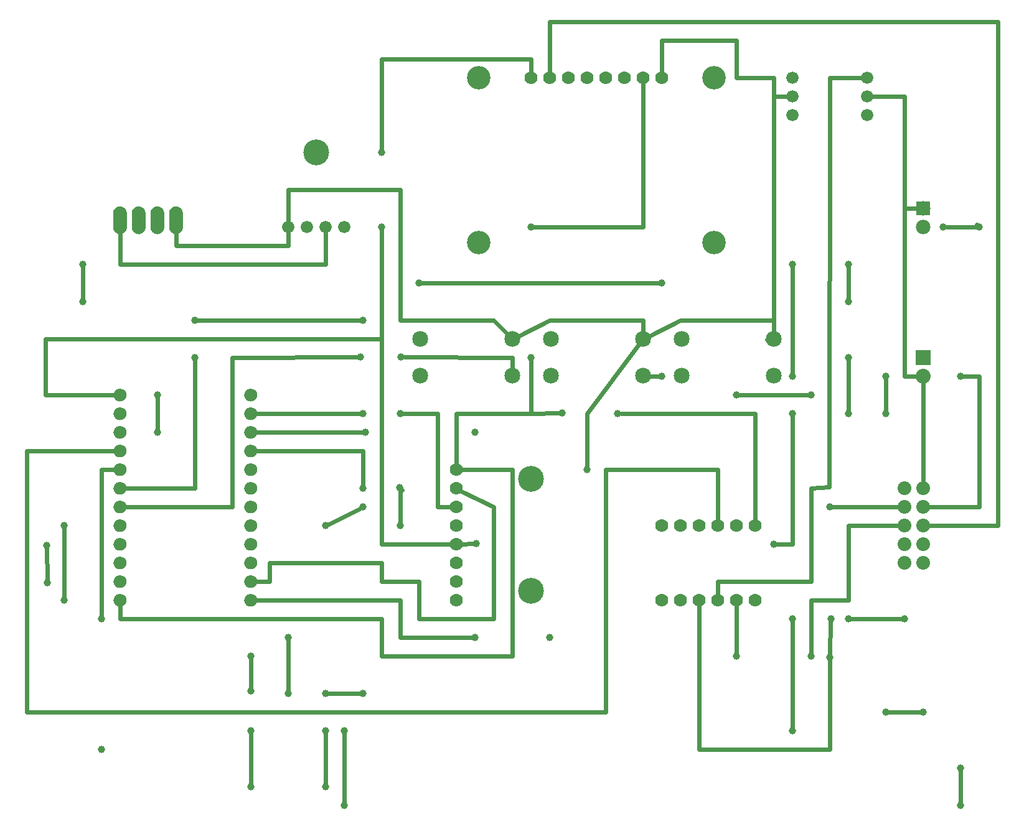
<source format=gbl>
G04 MADE WITH FRITZING*
G04 WWW.FRITZING.ORG*
G04 DOUBLE SIDED*
G04 HOLES PLATED*
G04 CONTOUR ON CENTER OF CONTOUR VECTOR*
%ASAXBY*%
%FSLAX23Y23*%
%MOIN*%
%OFA0B0*%
%SFA1.0B1.0*%
%ADD10C,0.039370*%
%ADD11C,0.074000*%
%ADD12C,0.138425*%
%ADD13C,0.066000*%
%ADD14C,0.080000*%
%ADD15C,0.073667*%
%ADD16C,0.070000*%
%ADD17C,0.068000*%
%ADD18C,0.085000*%
%ADD19C,0.078000*%
%ADD20C,0.125984*%
%ADD21R,0.080000X0.080000*%
%ADD22R,0.078000X0.078000*%
%ADD23C,0.024000*%
%ADD24R,0.001000X0.001000*%
%LNCOPPER0*%
G90*
G70*
G54D10*
X4430Y1109D03*
X3924Y907D03*
X4924Y607D03*
X4724Y607D03*
G54D11*
X624Y3207D03*
X724Y3207D03*
X824Y3207D03*
X924Y3207D03*
G54D10*
X4224Y2407D03*
X4224Y2207D03*
X5124Y2407D03*
X4524Y3007D03*
X4224Y3007D03*
X4524Y2807D03*
X2531Y1510D03*
X4124Y1507D03*
X4324Y907D03*
X4424Y1707D03*
X4424Y901D03*
X1924Y707D03*
X1724Y707D03*
X1824Y507D03*
X1824Y107D03*
X5124Y107D03*
X5124Y307D03*
X1924Y2207D03*
X2124Y2207D03*
X2120Y1810D03*
X1924Y1807D03*
X2524Y2107D03*
X1939Y2107D03*
X4524Y2507D03*
X4524Y2207D03*
X4224Y507D03*
X4224Y1107D03*
X4724Y2207D03*
X4724Y2407D03*
X824Y2307D03*
X824Y2107D03*
X424Y3007D03*
X424Y2807D03*
X4324Y2307D03*
X3924Y2307D03*
X3124Y1907D03*
X2824Y3207D03*
X2824Y2507D03*
X2993Y2211D03*
X3289Y2207D03*
X1524Y1007D03*
X1524Y707D03*
X1724Y507D03*
X1724Y207D03*
X5224Y3207D03*
X5031Y3207D03*
X524Y1107D03*
X524Y407D03*
X1024Y2507D03*
X1024Y2707D03*
X1924Y2707D03*
X2224Y2907D03*
X3524Y2907D03*
X3524Y2407D03*
X2024Y3607D03*
X2024Y3207D03*
X2524Y1007D03*
X2924Y1007D03*
X1911Y2511D03*
X2129Y2511D03*
X324Y1607D03*
X324Y1207D03*
X4524Y1107D03*
X4824Y1107D03*
G54D12*
X1674Y3607D03*
G54D13*
X1824Y3207D03*
X1724Y3207D03*
X1624Y3207D03*
X1524Y3207D03*
G54D14*
X4924Y2507D03*
X4924Y2407D03*
G54D15*
X4824Y1807D03*
X4924Y1807D03*
X4824Y1707D03*
X4924Y1707D03*
X4824Y1607D03*
X4924Y1607D03*
X4824Y1507D03*
X4924Y1507D03*
X4824Y1407D03*
X4924Y1407D03*
G54D16*
X3624Y1607D03*
X3724Y1607D03*
X3824Y1607D03*
X3924Y1607D03*
X4024Y1607D03*
X3524Y1207D03*
X3624Y1207D03*
X3724Y1207D03*
X3824Y1207D03*
X3924Y1207D03*
X4024Y1207D03*
X3524Y1607D03*
G54D17*
X624Y2107D03*
X624Y2007D03*
X624Y2207D03*
X624Y2307D03*
X624Y1907D03*
X624Y1807D03*
X624Y1707D03*
X624Y1607D03*
X624Y1507D03*
X624Y1407D03*
X624Y1307D03*
X624Y1207D03*
X1324Y2007D03*
X1324Y2107D03*
X1324Y2207D03*
X1324Y2307D03*
X1324Y1907D03*
X1324Y1807D03*
X1324Y1707D03*
X1324Y1607D03*
X1324Y1407D03*
X1324Y1507D03*
X1324Y1307D03*
X1324Y1207D03*
G54D18*
X3632Y2607D03*
X3632Y2410D03*
X4124Y2410D03*
X4124Y2607D03*
X2932Y2607D03*
X2932Y2410D03*
X3424Y2410D03*
X3424Y2607D03*
X2232Y2607D03*
X2232Y2410D03*
X2724Y2410D03*
X2724Y2607D03*
G54D13*
X4624Y4007D03*
X4624Y3907D03*
X4624Y3807D03*
X4224Y3807D03*
X4224Y3907D03*
X4224Y4007D03*
G54D19*
X4924Y3307D03*
X4924Y3207D03*
G54D16*
X2924Y4007D03*
X3524Y4007D03*
G54D20*
X2544Y3124D03*
G54D16*
X3024Y4007D03*
G54D20*
X2544Y4009D03*
G54D16*
X3124Y4007D03*
G54D20*
X3804Y4009D03*
G54D16*
X3224Y4007D03*
G54D20*
X3804Y3124D03*
G54D16*
X3324Y4007D03*
X3424Y4007D03*
X2824Y4007D03*
G54D12*
X2824Y1257D03*
G54D16*
X2424Y1207D03*
X2424Y1307D03*
X2424Y1407D03*
X2424Y1507D03*
G54D12*
X2824Y1857D03*
G54D16*
X2424Y1607D03*
X2424Y1707D03*
X2424Y1807D03*
X2424Y1907D03*
G54D10*
X1924Y1707D03*
X1724Y1607D03*
X1324Y907D03*
X1324Y722D03*
X1324Y207D03*
X1324Y507D03*
X2124Y1607D03*
X231Y1503D03*
X235Y1303D03*
G54D21*
X4924Y2507D03*
G54D22*
X4924Y3307D03*
G54D23*
X4429Y1090D02*
X4425Y920D01*
D02*
X4743Y607D02*
X4905Y607D01*
D02*
X1524Y3107D02*
X924Y3107D01*
D02*
X924Y3107D02*
X924Y3174D01*
D02*
X1524Y3176D02*
X1524Y3107D01*
D02*
X624Y3007D02*
X624Y3174D01*
D02*
X1724Y3007D02*
X624Y3007D01*
D02*
X1724Y3176D02*
X1724Y3007D01*
D02*
X2513Y1510D02*
X2455Y1508D01*
D02*
X4224Y1507D02*
X4143Y1507D01*
D02*
X4224Y2188D02*
X4224Y1507D01*
D02*
X4955Y1707D02*
X5224Y1707D01*
D02*
X5224Y2407D02*
X5143Y2407D01*
D02*
X5224Y1707D02*
X5224Y2407D01*
D02*
X4224Y2426D02*
X4224Y2988D01*
D02*
X4524Y2826D02*
X4524Y2988D01*
D02*
X3724Y407D02*
X3724Y1176D01*
D02*
X4424Y882D02*
X4424Y407D01*
D02*
X4424Y407D02*
X3724Y407D01*
D02*
X4793Y1707D02*
X4443Y1707D01*
D02*
X3924Y926D02*
X3924Y1176D01*
D02*
X4524Y1207D02*
X4324Y1207D01*
D02*
X4524Y1607D02*
X4524Y1207D01*
D02*
X4793Y1607D02*
X4524Y1607D01*
D02*
X4324Y1207D02*
X4324Y926D01*
D02*
X1743Y707D02*
X1905Y707D01*
D02*
X1824Y488D02*
X1824Y126D01*
D02*
X5124Y126D02*
X5124Y288D01*
D02*
X2324Y1707D02*
X2324Y2207D01*
D02*
X2324Y2207D02*
X2143Y2207D01*
D02*
X1905Y2207D02*
X1353Y2207D01*
D02*
X2393Y1707D02*
X2324Y1707D01*
D02*
X2134Y1797D02*
X2124Y1807D01*
D02*
X2124Y1807D02*
X2124Y1626D01*
D02*
X1924Y2007D02*
X1924Y1826D01*
D02*
X1353Y2007D02*
X1924Y2007D01*
D02*
X1920Y2107D02*
X1353Y2107D01*
D02*
X4524Y2226D02*
X4524Y2488D01*
D02*
X4724Y2388D02*
X4724Y2226D01*
D02*
X4824Y3307D02*
X4824Y3907D01*
D02*
X4824Y3907D02*
X4655Y3907D01*
D02*
X4894Y3307D02*
X4824Y3307D01*
D02*
X4224Y526D02*
X4224Y1088D01*
D02*
X824Y2288D02*
X824Y2126D01*
D02*
X424Y2988D02*
X424Y2826D01*
D02*
X3943Y2307D02*
X4305Y2307D01*
D02*
X3124Y2207D02*
X3403Y2579D01*
D02*
X3124Y1926D02*
X3124Y2207D01*
D02*
X3424Y3207D02*
X3424Y3976D01*
D02*
X2843Y3207D02*
X3424Y3207D01*
D02*
X2824Y2207D02*
X2824Y2488D01*
D02*
X2424Y2207D02*
X2824Y2207D01*
D02*
X2424Y1937D02*
X2424Y2207D01*
D02*
X3308Y2207D02*
X4024Y2207D01*
D02*
X4024Y2207D02*
X4024Y1638D01*
D02*
X2824Y2207D02*
X2974Y2211D01*
D02*
X2824Y2488D02*
X2824Y2207D01*
D02*
X1524Y988D02*
X1524Y726D01*
D02*
X1724Y488D02*
X1724Y226D01*
D02*
X5050Y3207D02*
X5224Y3207D01*
D02*
X5224Y3207D02*
X5211Y3220D01*
D02*
X3824Y1307D02*
X3824Y1238D01*
D02*
X4324Y1307D02*
X3824Y1307D01*
D02*
X4324Y1807D02*
X4324Y1307D01*
D02*
X4420Y1814D02*
X4324Y1807D01*
D02*
X4424Y4007D02*
X4420Y1814D01*
D02*
X4593Y4007D02*
X4424Y4007D01*
D02*
X3505Y2907D02*
X2243Y2907D01*
D02*
X1905Y2707D02*
X1043Y2707D01*
D02*
X1024Y2488D02*
X1024Y1807D01*
D02*
X1024Y1807D02*
X653Y1807D01*
D02*
X3459Y2409D02*
X3505Y2407D01*
D02*
X5324Y1607D02*
X4955Y1607D01*
D02*
X5324Y4307D02*
X5324Y1607D01*
D02*
X2924Y4307D02*
X5324Y4307D01*
D02*
X2924Y4037D02*
X2924Y4307D01*
D02*
X2024Y1507D02*
X2024Y3188D01*
D02*
X2024Y3626D02*
X2024Y4107D01*
D02*
X2824Y4107D02*
X2824Y4037D01*
D02*
X2024Y4107D02*
X2824Y4107D01*
D02*
X2393Y1507D02*
X2024Y1507D01*
D02*
X1924Y1207D02*
X1353Y1207D01*
D02*
X2505Y1007D02*
X2124Y1007D01*
D02*
X2124Y1007D02*
X2124Y1207D01*
D02*
X2124Y1207D02*
X1924Y1207D01*
D02*
X1892Y2511D02*
X1224Y2507D01*
D02*
X2724Y2507D02*
X2148Y2511D01*
D02*
X1224Y2507D02*
X1224Y1707D01*
D02*
X1224Y1707D02*
X653Y1707D01*
D02*
X2724Y2445D02*
X2724Y2507D01*
D02*
X324Y1588D02*
X324Y1226D01*
D02*
X4805Y1107D02*
X4543Y1107D01*
D02*
X524Y1907D02*
X524Y1126D01*
D02*
X595Y1907D02*
X524Y1907D01*
D02*
X2024Y2607D02*
X2024Y1507D01*
D02*
X2024Y1507D02*
X2393Y1507D01*
D02*
X224Y2607D02*
X2024Y2607D01*
D02*
X224Y2307D02*
X224Y2607D01*
D02*
X595Y2307D02*
X224Y2307D01*
D02*
X3824Y1907D02*
X3824Y1638D01*
D02*
X3224Y1907D02*
X3824Y1907D01*
D02*
X3224Y607D02*
X3224Y1907D01*
D02*
X124Y607D02*
X3224Y607D01*
D02*
X124Y2007D02*
X124Y607D01*
D02*
X595Y2007D02*
X124Y2007D01*
D02*
X2724Y1907D02*
X2455Y1907D01*
D02*
X2724Y907D02*
X2724Y1907D01*
D02*
X2024Y907D02*
X2724Y907D01*
D02*
X2024Y1107D02*
X2024Y907D01*
D02*
X624Y1107D02*
X2024Y1107D01*
D02*
X624Y1178D02*
X624Y1107D01*
D02*
X1424Y1307D02*
X1353Y1307D01*
D02*
X1424Y1407D02*
X1424Y1307D01*
D02*
X2024Y1407D02*
X1424Y1407D01*
D02*
X2024Y1307D02*
X2024Y1407D01*
D02*
X2224Y1307D02*
X2024Y1307D01*
D02*
X2224Y1107D02*
X2224Y1307D01*
D02*
X2624Y1107D02*
X2224Y1107D01*
D02*
X2624Y1707D02*
X2624Y1107D01*
D02*
X2452Y1793D02*
X2624Y1707D01*
D02*
X2624Y2707D02*
X2700Y2631D01*
D02*
X2124Y2707D02*
X2624Y2707D01*
D02*
X2124Y3407D02*
X2124Y2707D01*
D02*
X1524Y3407D02*
X2124Y3407D01*
D02*
X1524Y3237D02*
X1524Y3407D01*
D02*
X3424Y2707D02*
X3424Y2641D01*
D02*
X2924Y2707D02*
X3424Y2707D01*
D02*
X2755Y2622D02*
X2924Y2707D01*
D02*
X3924Y4007D02*
X3924Y4207D01*
D02*
X3924Y4207D02*
X3524Y4207D01*
D02*
X3524Y4207D02*
X3524Y4037D01*
D02*
X4124Y4007D02*
X3924Y4007D01*
D02*
X4124Y3907D02*
X4124Y4007D01*
D02*
X4193Y3907D02*
X4124Y3907D01*
D02*
X4124Y2607D02*
X4124Y3907D01*
D02*
X4124Y3907D02*
X4193Y3907D01*
D02*
X4089Y2604D02*
X4124Y2607D01*
D02*
X4124Y2707D02*
X3624Y2707D01*
D02*
X3624Y2707D02*
X3455Y2622D01*
D02*
X4124Y2641D02*
X4124Y2707D01*
D02*
X4924Y2376D02*
X4924Y1838D01*
D02*
X4824Y2407D02*
X4893Y2407D01*
D02*
X4824Y3307D02*
X4824Y2407D01*
D02*
X4894Y3307D02*
X4824Y3307D01*
D02*
X1741Y1615D02*
X1907Y1698D01*
D02*
X1324Y740D02*
X1324Y888D01*
D02*
X1324Y226D02*
X1324Y488D01*
D02*
X232Y1484D02*
X235Y1322D01*
G54D24*
X616Y3317D02*
X631Y3317D01*
X716Y3317D02*
X731Y3317D01*
X816Y3317D02*
X831Y3317D01*
X916Y3317D02*
X931Y3317D01*
X613Y3316D02*
X635Y3316D01*
X713Y3316D02*
X735Y3316D01*
X813Y3316D02*
X835Y3316D01*
X913Y3316D02*
X935Y3316D01*
X610Y3315D02*
X637Y3315D01*
X710Y3315D02*
X737Y3315D01*
X810Y3315D02*
X837Y3315D01*
X910Y3315D02*
X937Y3315D01*
X608Y3314D02*
X639Y3314D01*
X708Y3314D02*
X739Y3314D01*
X808Y3314D02*
X839Y3314D01*
X908Y3314D02*
X939Y3314D01*
X606Y3313D02*
X641Y3313D01*
X706Y3313D02*
X741Y3313D01*
X806Y3313D02*
X841Y3313D01*
X906Y3313D02*
X941Y3313D01*
X604Y3312D02*
X643Y3312D01*
X704Y3312D02*
X743Y3312D01*
X804Y3312D02*
X843Y3312D01*
X904Y3312D02*
X943Y3312D01*
X603Y3311D02*
X644Y3311D01*
X703Y3311D02*
X744Y3311D01*
X803Y3311D02*
X844Y3311D01*
X903Y3311D02*
X944Y3311D01*
X601Y3310D02*
X646Y3310D01*
X701Y3310D02*
X746Y3310D01*
X801Y3310D02*
X846Y3310D01*
X901Y3310D02*
X946Y3310D01*
X600Y3309D02*
X647Y3309D01*
X700Y3309D02*
X747Y3309D01*
X800Y3309D02*
X847Y3309D01*
X900Y3309D02*
X947Y3309D01*
X599Y3308D02*
X648Y3308D01*
X699Y3308D02*
X748Y3308D01*
X799Y3308D02*
X848Y3308D01*
X899Y3308D02*
X948Y3308D01*
X598Y3307D02*
X649Y3307D01*
X698Y3307D02*
X749Y3307D01*
X798Y3307D02*
X849Y3307D01*
X898Y3307D02*
X949Y3307D01*
X597Y3306D02*
X650Y3306D01*
X697Y3306D02*
X750Y3306D01*
X797Y3306D02*
X850Y3306D01*
X897Y3306D02*
X950Y3306D01*
X596Y3305D02*
X651Y3305D01*
X696Y3305D02*
X751Y3305D01*
X796Y3305D02*
X851Y3305D01*
X896Y3305D02*
X951Y3305D01*
X595Y3304D02*
X652Y3304D01*
X695Y3304D02*
X752Y3304D01*
X795Y3304D02*
X852Y3304D01*
X895Y3304D02*
X952Y3304D01*
X594Y3303D02*
X653Y3303D01*
X694Y3303D02*
X753Y3303D01*
X794Y3303D02*
X853Y3303D01*
X894Y3303D02*
X953Y3303D01*
X594Y3302D02*
X653Y3302D01*
X694Y3302D02*
X753Y3302D01*
X794Y3302D02*
X853Y3302D01*
X894Y3302D02*
X953Y3302D01*
X593Y3301D02*
X654Y3301D01*
X693Y3301D02*
X754Y3301D01*
X793Y3301D02*
X854Y3301D01*
X893Y3301D02*
X954Y3301D01*
X592Y3300D02*
X655Y3300D01*
X692Y3300D02*
X755Y3300D01*
X792Y3300D02*
X855Y3300D01*
X892Y3300D02*
X955Y3300D01*
X592Y3299D02*
X655Y3299D01*
X692Y3299D02*
X755Y3299D01*
X792Y3299D02*
X855Y3299D01*
X892Y3299D02*
X955Y3299D01*
X591Y3298D02*
X656Y3298D01*
X691Y3298D02*
X756Y3298D01*
X791Y3298D02*
X856Y3298D01*
X891Y3298D02*
X956Y3298D01*
X591Y3297D02*
X656Y3297D01*
X691Y3297D02*
X756Y3297D01*
X791Y3297D02*
X856Y3297D01*
X891Y3297D02*
X956Y3297D01*
X590Y3296D02*
X657Y3296D01*
X690Y3296D02*
X757Y3296D01*
X790Y3296D02*
X857Y3296D01*
X890Y3296D02*
X957Y3296D01*
X590Y3295D02*
X657Y3295D01*
X690Y3295D02*
X757Y3295D01*
X790Y3295D02*
X857Y3295D01*
X890Y3295D02*
X957Y3295D01*
X590Y3294D02*
X658Y3294D01*
X690Y3294D02*
X758Y3294D01*
X790Y3294D02*
X858Y3294D01*
X890Y3294D02*
X958Y3294D01*
X589Y3293D02*
X658Y3293D01*
X689Y3293D02*
X758Y3293D01*
X789Y3293D02*
X858Y3293D01*
X889Y3293D02*
X958Y3293D01*
X589Y3292D02*
X658Y3292D01*
X689Y3292D02*
X758Y3292D01*
X789Y3292D02*
X858Y3292D01*
X889Y3292D02*
X958Y3292D01*
X588Y3291D02*
X659Y3291D01*
X688Y3291D02*
X759Y3291D01*
X788Y3291D02*
X859Y3291D01*
X888Y3291D02*
X959Y3291D01*
X588Y3290D02*
X659Y3290D01*
X688Y3290D02*
X759Y3290D01*
X788Y3290D02*
X859Y3290D01*
X888Y3290D02*
X959Y3290D01*
X588Y3289D02*
X659Y3289D01*
X688Y3289D02*
X759Y3289D01*
X788Y3289D02*
X859Y3289D01*
X888Y3289D02*
X959Y3289D01*
X588Y3288D02*
X659Y3288D01*
X688Y3288D02*
X759Y3288D01*
X788Y3288D02*
X859Y3288D01*
X888Y3288D02*
X959Y3288D01*
X588Y3287D02*
X660Y3287D01*
X688Y3287D02*
X760Y3287D01*
X788Y3287D02*
X860Y3287D01*
X888Y3287D02*
X960Y3287D01*
X587Y3286D02*
X660Y3286D01*
X687Y3286D02*
X760Y3286D01*
X787Y3286D02*
X860Y3286D01*
X887Y3286D02*
X960Y3286D01*
X587Y3285D02*
X660Y3285D01*
X687Y3285D02*
X760Y3285D01*
X787Y3285D02*
X860Y3285D01*
X887Y3285D02*
X960Y3285D01*
X587Y3284D02*
X660Y3284D01*
X687Y3284D02*
X760Y3284D01*
X787Y3284D02*
X860Y3284D01*
X887Y3284D02*
X960Y3284D01*
X587Y3283D02*
X660Y3283D01*
X687Y3283D02*
X760Y3283D01*
X787Y3283D02*
X860Y3283D01*
X887Y3283D02*
X960Y3283D01*
X587Y3282D02*
X660Y3282D01*
X687Y3282D02*
X760Y3282D01*
X787Y3282D02*
X860Y3282D01*
X887Y3282D02*
X960Y3282D01*
X587Y3281D02*
X660Y3281D01*
X687Y3281D02*
X760Y3281D01*
X787Y3281D02*
X860Y3281D01*
X887Y3281D02*
X960Y3281D01*
X587Y3280D02*
X660Y3280D01*
X687Y3280D02*
X760Y3280D01*
X787Y3280D02*
X860Y3280D01*
X887Y3280D02*
X960Y3280D01*
X587Y3279D02*
X660Y3279D01*
X687Y3279D02*
X760Y3279D01*
X787Y3279D02*
X860Y3279D01*
X887Y3279D02*
X960Y3279D01*
X587Y3278D02*
X660Y3278D01*
X687Y3278D02*
X760Y3278D01*
X787Y3278D02*
X860Y3278D01*
X887Y3278D02*
X960Y3278D01*
X587Y3277D02*
X660Y3277D01*
X687Y3277D02*
X760Y3277D01*
X787Y3277D02*
X860Y3277D01*
X887Y3277D02*
X960Y3277D01*
X587Y3276D02*
X660Y3276D01*
X687Y3276D02*
X760Y3276D01*
X787Y3276D02*
X860Y3276D01*
X887Y3276D02*
X960Y3276D01*
X587Y3275D02*
X660Y3275D01*
X687Y3275D02*
X760Y3275D01*
X787Y3275D02*
X860Y3275D01*
X887Y3275D02*
X960Y3275D01*
X587Y3274D02*
X660Y3274D01*
X687Y3274D02*
X760Y3274D01*
X787Y3274D02*
X860Y3274D01*
X887Y3274D02*
X960Y3274D01*
X587Y3273D02*
X660Y3273D01*
X687Y3273D02*
X760Y3273D01*
X787Y3273D02*
X860Y3273D01*
X887Y3273D02*
X960Y3273D01*
X587Y3272D02*
X660Y3272D01*
X687Y3272D02*
X760Y3272D01*
X787Y3272D02*
X860Y3272D01*
X887Y3272D02*
X960Y3272D01*
X587Y3271D02*
X660Y3271D01*
X687Y3271D02*
X760Y3271D01*
X787Y3271D02*
X860Y3271D01*
X887Y3271D02*
X960Y3271D01*
X587Y3270D02*
X660Y3270D01*
X687Y3270D02*
X760Y3270D01*
X787Y3270D02*
X860Y3270D01*
X887Y3270D02*
X960Y3270D01*
X587Y3269D02*
X660Y3269D01*
X687Y3269D02*
X760Y3269D01*
X787Y3269D02*
X860Y3269D01*
X887Y3269D02*
X960Y3269D01*
X587Y3268D02*
X660Y3268D01*
X687Y3268D02*
X760Y3268D01*
X787Y3268D02*
X860Y3268D01*
X887Y3268D02*
X960Y3268D01*
X587Y3267D02*
X660Y3267D01*
X687Y3267D02*
X760Y3267D01*
X787Y3267D02*
X860Y3267D01*
X887Y3267D02*
X960Y3267D01*
X587Y3266D02*
X660Y3266D01*
X687Y3266D02*
X760Y3266D01*
X787Y3266D02*
X860Y3266D01*
X887Y3266D02*
X960Y3266D01*
X587Y3265D02*
X660Y3265D01*
X687Y3265D02*
X760Y3265D01*
X787Y3265D02*
X860Y3265D01*
X887Y3265D02*
X960Y3265D01*
X587Y3264D02*
X660Y3264D01*
X687Y3264D02*
X760Y3264D01*
X787Y3264D02*
X860Y3264D01*
X887Y3264D02*
X960Y3264D01*
X587Y3263D02*
X660Y3263D01*
X687Y3263D02*
X760Y3263D01*
X787Y3263D02*
X860Y3263D01*
X887Y3263D02*
X960Y3263D01*
X587Y3262D02*
X660Y3262D01*
X687Y3262D02*
X760Y3262D01*
X787Y3262D02*
X860Y3262D01*
X887Y3262D02*
X960Y3262D01*
X587Y3261D02*
X660Y3261D01*
X687Y3261D02*
X760Y3261D01*
X787Y3261D02*
X860Y3261D01*
X887Y3261D02*
X960Y3261D01*
X587Y3260D02*
X660Y3260D01*
X687Y3260D02*
X760Y3260D01*
X787Y3260D02*
X860Y3260D01*
X887Y3260D02*
X960Y3260D01*
X587Y3259D02*
X660Y3259D01*
X687Y3259D02*
X760Y3259D01*
X787Y3259D02*
X860Y3259D01*
X887Y3259D02*
X960Y3259D01*
X587Y3258D02*
X660Y3258D01*
X687Y3258D02*
X760Y3258D01*
X787Y3258D02*
X860Y3258D01*
X887Y3258D02*
X960Y3258D01*
X587Y3257D02*
X660Y3257D01*
X687Y3257D02*
X760Y3257D01*
X787Y3257D02*
X860Y3257D01*
X887Y3257D02*
X960Y3257D01*
X587Y3256D02*
X660Y3256D01*
X687Y3256D02*
X760Y3256D01*
X787Y3256D02*
X860Y3256D01*
X887Y3256D02*
X960Y3256D01*
X587Y3255D02*
X660Y3255D01*
X687Y3255D02*
X760Y3255D01*
X787Y3255D02*
X860Y3255D01*
X887Y3255D02*
X960Y3255D01*
X587Y3254D02*
X660Y3254D01*
X687Y3254D02*
X760Y3254D01*
X787Y3254D02*
X860Y3254D01*
X887Y3254D02*
X960Y3254D01*
X587Y3253D02*
X660Y3253D01*
X687Y3253D02*
X760Y3253D01*
X787Y3253D02*
X860Y3253D01*
X887Y3253D02*
X960Y3253D01*
X587Y3252D02*
X660Y3252D01*
X687Y3252D02*
X760Y3252D01*
X787Y3252D02*
X860Y3252D01*
X887Y3252D02*
X960Y3252D01*
X587Y3251D02*
X660Y3251D01*
X687Y3251D02*
X760Y3251D01*
X787Y3251D02*
X860Y3251D01*
X887Y3251D02*
X960Y3251D01*
X587Y3250D02*
X660Y3250D01*
X687Y3250D02*
X760Y3250D01*
X787Y3250D02*
X860Y3250D01*
X887Y3250D02*
X960Y3250D01*
X587Y3249D02*
X660Y3249D01*
X687Y3249D02*
X760Y3249D01*
X787Y3249D02*
X860Y3249D01*
X887Y3249D02*
X960Y3249D01*
X587Y3248D02*
X660Y3248D01*
X687Y3248D02*
X760Y3248D01*
X787Y3248D02*
X860Y3248D01*
X887Y3248D02*
X960Y3248D01*
X587Y3247D02*
X660Y3247D01*
X687Y3247D02*
X760Y3247D01*
X787Y3247D02*
X860Y3247D01*
X887Y3247D02*
X960Y3247D01*
X587Y3246D02*
X660Y3246D01*
X687Y3246D02*
X760Y3246D01*
X787Y3246D02*
X860Y3246D01*
X887Y3246D02*
X960Y3246D01*
X587Y3245D02*
X660Y3245D01*
X687Y3245D02*
X760Y3245D01*
X787Y3245D02*
X860Y3245D01*
X887Y3245D02*
X960Y3245D01*
X587Y3244D02*
X660Y3244D01*
X687Y3244D02*
X760Y3244D01*
X787Y3244D02*
X860Y3244D01*
X887Y3244D02*
X960Y3244D01*
X587Y3243D02*
X660Y3243D01*
X687Y3243D02*
X760Y3243D01*
X787Y3243D02*
X860Y3243D01*
X887Y3243D02*
X960Y3243D01*
X587Y3242D02*
X660Y3242D01*
X687Y3242D02*
X760Y3242D01*
X787Y3242D02*
X860Y3242D01*
X887Y3242D02*
X960Y3242D01*
X587Y3241D02*
X660Y3241D01*
X687Y3241D02*
X760Y3241D01*
X787Y3241D02*
X860Y3241D01*
X887Y3241D02*
X960Y3241D01*
X587Y3240D02*
X660Y3240D01*
X687Y3240D02*
X760Y3240D01*
X787Y3240D02*
X860Y3240D01*
X887Y3240D02*
X960Y3240D01*
X587Y3239D02*
X660Y3239D01*
X687Y3239D02*
X760Y3239D01*
X787Y3239D02*
X860Y3239D01*
X887Y3239D02*
X960Y3239D01*
X587Y3238D02*
X660Y3238D01*
X687Y3238D02*
X760Y3238D01*
X787Y3238D02*
X860Y3238D01*
X887Y3238D02*
X960Y3238D01*
X587Y3237D02*
X660Y3237D01*
X687Y3237D02*
X760Y3237D01*
X787Y3237D02*
X860Y3237D01*
X887Y3237D02*
X960Y3237D01*
X587Y3236D02*
X660Y3236D01*
X687Y3236D02*
X760Y3236D01*
X787Y3236D02*
X860Y3236D01*
X887Y3236D02*
X960Y3236D01*
X587Y3235D02*
X660Y3235D01*
X687Y3235D02*
X760Y3235D01*
X787Y3235D02*
X860Y3235D01*
X887Y3235D02*
X960Y3235D01*
X587Y3234D02*
X660Y3234D01*
X687Y3234D02*
X760Y3234D01*
X787Y3234D02*
X860Y3234D01*
X887Y3234D02*
X960Y3234D01*
X587Y3233D02*
X660Y3233D01*
X687Y3233D02*
X760Y3233D01*
X787Y3233D02*
X860Y3233D01*
X887Y3233D02*
X960Y3233D01*
X587Y3232D02*
X660Y3232D01*
X687Y3232D02*
X760Y3232D01*
X787Y3232D02*
X860Y3232D01*
X887Y3232D02*
X960Y3232D01*
X587Y3231D02*
X660Y3231D01*
X687Y3231D02*
X760Y3231D01*
X787Y3231D02*
X860Y3231D01*
X887Y3231D02*
X960Y3231D01*
X587Y3230D02*
X660Y3230D01*
X687Y3230D02*
X760Y3230D01*
X787Y3230D02*
X860Y3230D01*
X887Y3230D02*
X960Y3230D01*
X587Y3229D02*
X660Y3229D01*
X687Y3229D02*
X760Y3229D01*
X787Y3229D02*
X860Y3229D01*
X887Y3229D02*
X960Y3229D01*
X587Y3228D02*
X617Y3228D01*
X630Y3228D02*
X660Y3228D01*
X687Y3228D02*
X717Y3228D01*
X730Y3228D02*
X760Y3228D01*
X787Y3228D02*
X817Y3228D01*
X830Y3228D02*
X860Y3228D01*
X887Y3228D02*
X917Y3228D01*
X930Y3228D02*
X960Y3228D01*
X587Y3227D02*
X614Y3227D01*
X633Y3227D02*
X660Y3227D01*
X687Y3227D02*
X714Y3227D01*
X733Y3227D02*
X760Y3227D01*
X787Y3227D02*
X814Y3227D01*
X833Y3227D02*
X860Y3227D01*
X887Y3227D02*
X914Y3227D01*
X933Y3227D02*
X960Y3227D01*
X587Y3226D02*
X612Y3226D01*
X635Y3226D02*
X660Y3226D01*
X687Y3226D02*
X712Y3226D01*
X735Y3226D02*
X760Y3226D01*
X787Y3226D02*
X812Y3226D01*
X835Y3226D02*
X860Y3226D01*
X887Y3226D02*
X912Y3226D01*
X935Y3226D02*
X960Y3226D01*
X587Y3225D02*
X611Y3225D01*
X636Y3225D02*
X660Y3225D01*
X687Y3225D02*
X711Y3225D01*
X736Y3225D02*
X760Y3225D01*
X787Y3225D02*
X811Y3225D01*
X836Y3225D02*
X860Y3225D01*
X887Y3225D02*
X911Y3225D01*
X936Y3225D02*
X960Y3225D01*
X587Y3224D02*
X609Y3224D01*
X638Y3224D02*
X660Y3224D01*
X687Y3224D02*
X709Y3224D01*
X738Y3224D02*
X760Y3224D01*
X787Y3224D02*
X809Y3224D01*
X838Y3224D02*
X860Y3224D01*
X887Y3224D02*
X909Y3224D01*
X938Y3224D02*
X960Y3224D01*
X587Y3223D02*
X608Y3223D01*
X639Y3223D02*
X660Y3223D01*
X687Y3223D02*
X708Y3223D01*
X739Y3223D02*
X760Y3223D01*
X787Y3223D02*
X808Y3223D01*
X839Y3223D02*
X860Y3223D01*
X887Y3223D02*
X908Y3223D01*
X939Y3223D02*
X960Y3223D01*
X587Y3222D02*
X607Y3222D01*
X640Y3222D02*
X660Y3222D01*
X687Y3222D02*
X707Y3222D01*
X740Y3222D02*
X760Y3222D01*
X787Y3222D02*
X807Y3222D01*
X840Y3222D02*
X860Y3222D01*
X887Y3222D02*
X907Y3222D01*
X940Y3222D02*
X960Y3222D01*
X587Y3221D02*
X606Y3221D01*
X641Y3221D02*
X660Y3221D01*
X687Y3221D02*
X706Y3221D01*
X741Y3221D02*
X760Y3221D01*
X787Y3221D02*
X806Y3221D01*
X841Y3221D02*
X860Y3221D01*
X887Y3221D02*
X906Y3221D01*
X941Y3221D02*
X960Y3221D01*
X587Y3220D02*
X606Y3220D01*
X642Y3220D02*
X660Y3220D01*
X687Y3220D02*
X706Y3220D01*
X742Y3220D02*
X760Y3220D01*
X787Y3220D02*
X806Y3220D01*
X842Y3220D02*
X860Y3220D01*
X887Y3220D02*
X906Y3220D01*
X942Y3220D02*
X960Y3220D01*
X587Y3219D02*
X605Y3219D01*
X642Y3219D02*
X660Y3219D01*
X687Y3219D02*
X705Y3219D01*
X742Y3219D02*
X760Y3219D01*
X787Y3219D02*
X805Y3219D01*
X842Y3219D02*
X860Y3219D01*
X887Y3219D02*
X905Y3219D01*
X942Y3219D02*
X960Y3219D01*
X587Y3218D02*
X604Y3218D01*
X643Y3218D02*
X660Y3218D01*
X687Y3218D02*
X704Y3218D01*
X743Y3218D02*
X760Y3218D01*
X787Y3218D02*
X804Y3218D01*
X843Y3218D02*
X860Y3218D01*
X887Y3218D02*
X904Y3218D01*
X943Y3218D02*
X960Y3218D01*
X587Y3217D02*
X604Y3217D01*
X643Y3217D02*
X660Y3217D01*
X687Y3217D02*
X704Y3217D01*
X743Y3217D02*
X760Y3217D01*
X787Y3217D02*
X804Y3217D01*
X843Y3217D02*
X860Y3217D01*
X887Y3217D02*
X904Y3217D01*
X943Y3217D02*
X960Y3217D01*
X587Y3216D02*
X603Y3216D01*
X644Y3216D02*
X660Y3216D01*
X687Y3216D02*
X703Y3216D01*
X744Y3216D02*
X760Y3216D01*
X787Y3216D02*
X803Y3216D01*
X844Y3216D02*
X860Y3216D01*
X887Y3216D02*
X903Y3216D01*
X944Y3216D02*
X960Y3216D01*
X587Y3215D02*
X603Y3215D01*
X644Y3215D02*
X660Y3215D01*
X687Y3215D02*
X703Y3215D01*
X744Y3215D02*
X760Y3215D01*
X787Y3215D02*
X803Y3215D01*
X844Y3215D02*
X860Y3215D01*
X887Y3215D02*
X903Y3215D01*
X944Y3215D02*
X960Y3215D01*
X587Y3214D02*
X602Y3214D01*
X645Y3214D02*
X660Y3214D01*
X687Y3214D02*
X702Y3214D01*
X745Y3214D02*
X760Y3214D01*
X787Y3214D02*
X802Y3214D01*
X845Y3214D02*
X860Y3214D01*
X887Y3214D02*
X902Y3214D01*
X945Y3214D02*
X960Y3214D01*
X587Y3213D02*
X602Y3213D01*
X645Y3213D02*
X660Y3213D01*
X687Y3213D02*
X702Y3213D01*
X745Y3213D02*
X760Y3213D01*
X787Y3213D02*
X802Y3213D01*
X845Y3213D02*
X860Y3213D01*
X887Y3213D02*
X902Y3213D01*
X945Y3213D02*
X960Y3213D01*
X587Y3212D02*
X602Y3212D01*
X645Y3212D02*
X660Y3212D01*
X687Y3212D02*
X702Y3212D01*
X745Y3212D02*
X760Y3212D01*
X787Y3212D02*
X802Y3212D01*
X845Y3212D02*
X860Y3212D01*
X887Y3212D02*
X902Y3212D01*
X945Y3212D02*
X960Y3212D01*
X587Y3211D02*
X601Y3211D01*
X646Y3211D02*
X660Y3211D01*
X687Y3211D02*
X701Y3211D01*
X746Y3211D02*
X760Y3211D01*
X787Y3211D02*
X801Y3211D01*
X846Y3211D02*
X860Y3211D01*
X887Y3211D02*
X901Y3211D01*
X946Y3211D02*
X960Y3211D01*
X587Y3210D02*
X601Y3210D01*
X646Y3210D02*
X660Y3210D01*
X687Y3210D02*
X701Y3210D01*
X746Y3210D02*
X760Y3210D01*
X787Y3210D02*
X801Y3210D01*
X846Y3210D02*
X860Y3210D01*
X887Y3210D02*
X901Y3210D01*
X946Y3210D02*
X960Y3210D01*
X587Y3209D02*
X601Y3209D01*
X646Y3209D02*
X660Y3209D01*
X687Y3209D02*
X701Y3209D01*
X746Y3209D02*
X760Y3209D01*
X787Y3209D02*
X801Y3209D01*
X846Y3209D02*
X860Y3209D01*
X887Y3209D02*
X901Y3209D01*
X946Y3209D02*
X960Y3209D01*
X587Y3208D02*
X601Y3208D01*
X646Y3208D02*
X660Y3208D01*
X687Y3208D02*
X701Y3208D01*
X746Y3208D02*
X760Y3208D01*
X787Y3208D02*
X801Y3208D01*
X846Y3208D02*
X860Y3208D01*
X887Y3208D02*
X901Y3208D01*
X946Y3208D02*
X960Y3208D01*
X587Y3207D02*
X601Y3207D01*
X646Y3207D02*
X660Y3207D01*
X687Y3207D02*
X701Y3207D01*
X746Y3207D02*
X760Y3207D01*
X787Y3207D02*
X801Y3207D01*
X846Y3207D02*
X860Y3207D01*
X887Y3207D02*
X901Y3207D01*
X946Y3207D02*
X960Y3207D01*
X587Y3206D02*
X601Y3206D01*
X646Y3206D02*
X660Y3206D01*
X687Y3206D02*
X701Y3206D01*
X746Y3206D02*
X760Y3206D01*
X787Y3206D02*
X801Y3206D01*
X846Y3206D02*
X860Y3206D01*
X887Y3206D02*
X901Y3206D01*
X946Y3206D02*
X960Y3206D01*
X587Y3205D02*
X601Y3205D01*
X646Y3205D02*
X660Y3205D01*
X687Y3205D02*
X701Y3205D01*
X746Y3205D02*
X760Y3205D01*
X787Y3205D02*
X801Y3205D01*
X846Y3205D02*
X860Y3205D01*
X887Y3205D02*
X901Y3205D01*
X946Y3205D02*
X960Y3205D01*
X587Y3204D02*
X601Y3204D01*
X646Y3204D02*
X660Y3204D01*
X687Y3204D02*
X701Y3204D01*
X746Y3204D02*
X760Y3204D01*
X787Y3204D02*
X801Y3204D01*
X846Y3204D02*
X860Y3204D01*
X887Y3204D02*
X901Y3204D01*
X946Y3204D02*
X960Y3204D01*
X587Y3203D02*
X601Y3203D01*
X646Y3203D02*
X660Y3203D01*
X687Y3203D02*
X701Y3203D01*
X746Y3203D02*
X760Y3203D01*
X787Y3203D02*
X801Y3203D01*
X846Y3203D02*
X860Y3203D01*
X887Y3203D02*
X901Y3203D01*
X946Y3203D02*
X960Y3203D01*
X587Y3202D02*
X602Y3202D01*
X645Y3202D02*
X660Y3202D01*
X687Y3202D02*
X702Y3202D01*
X745Y3202D02*
X760Y3202D01*
X787Y3202D02*
X802Y3202D01*
X845Y3202D02*
X860Y3202D01*
X887Y3202D02*
X902Y3202D01*
X945Y3202D02*
X960Y3202D01*
X588Y3201D02*
X602Y3201D01*
X645Y3201D02*
X660Y3201D01*
X688Y3201D02*
X702Y3201D01*
X745Y3201D02*
X760Y3201D01*
X788Y3201D02*
X802Y3201D01*
X845Y3201D02*
X860Y3201D01*
X888Y3201D02*
X902Y3201D01*
X945Y3201D02*
X960Y3201D01*
X588Y3200D02*
X602Y3200D01*
X645Y3200D02*
X659Y3200D01*
X688Y3200D02*
X702Y3200D01*
X745Y3200D02*
X759Y3200D01*
X788Y3200D02*
X802Y3200D01*
X845Y3200D02*
X859Y3200D01*
X888Y3200D02*
X902Y3200D01*
X945Y3200D02*
X959Y3200D01*
X588Y3199D02*
X603Y3199D01*
X645Y3199D02*
X659Y3199D01*
X688Y3199D02*
X703Y3199D01*
X745Y3199D02*
X759Y3199D01*
X788Y3199D02*
X803Y3199D01*
X845Y3199D02*
X859Y3199D01*
X888Y3199D02*
X903Y3199D01*
X945Y3199D02*
X959Y3199D01*
X588Y3198D02*
X603Y3198D01*
X644Y3198D02*
X659Y3198D01*
X688Y3198D02*
X703Y3198D01*
X744Y3198D02*
X759Y3198D01*
X788Y3198D02*
X803Y3198D01*
X844Y3198D02*
X859Y3198D01*
X888Y3198D02*
X903Y3198D01*
X944Y3198D02*
X959Y3198D01*
X588Y3197D02*
X603Y3197D01*
X644Y3197D02*
X659Y3197D01*
X688Y3197D02*
X703Y3197D01*
X744Y3197D02*
X759Y3197D01*
X788Y3197D02*
X803Y3197D01*
X844Y3197D02*
X859Y3197D01*
X888Y3197D02*
X903Y3197D01*
X944Y3197D02*
X959Y3197D01*
X589Y3196D02*
X604Y3196D01*
X643Y3196D02*
X658Y3196D01*
X689Y3196D02*
X704Y3196D01*
X743Y3196D02*
X758Y3196D01*
X789Y3196D02*
X804Y3196D01*
X843Y3196D02*
X858Y3196D01*
X889Y3196D02*
X904Y3196D01*
X943Y3196D02*
X958Y3196D01*
X589Y3195D02*
X605Y3195D01*
X643Y3195D02*
X658Y3195D01*
X689Y3195D02*
X705Y3195D01*
X743Y3195D02*
X758Y3195D01*
X789Y3195D02*
X805Y3195D01*
X843Y3195D02*
X858Y3195D01*
X889Y3195D02*
X905Y3195D01*
X943Y3195D02*
X958Y3195D01*
X589Y3194D02*
X605Y3194D01*
X642Y3194D02*
X658Y3194D01*
X689Y3194D02*
X705Y3194D01*
X742Y3194D02*
X758Y3194D01*
X789Y3194D02*
X805Y3194D01*
X842Y3194D02*
X858Y3194D01*
X889Y3194D02*
X905Y3194D01*
X942Y3194D02*
X958Y3194D01*
X590Y3193D02*
X606Y3193D01*
X641Y3193D02*
X657Y3193D01*
X690Y3193D02*
X706Y3193D01*
X741Y3193D02*
X757Y3193D01*
X790Y3193D02*
X806Y3193D01*
X841Y3193D02*
X857Y3193D01*
X890Y3193D02*
X906Y3193D01*
X941Y3193D02*
X957Y3193D01*
X590Y3192D02*
X607Y3192D01*
X640Y3192D02*
X657Y3192D01*
X690Y3192D02*
X707Y3192D01*
X740Y3192D02*
X757Y3192D01*
X790Y3192D02*
X807Y3192D01*
X840Y3192D02*
X857Y3192D01*
X890Y3192D02*
X907Y3192D01*
X940Y3192D02*
X957Y3192D01*
X591Y3191D02*
X608Y3191D01*
X639Y3191D02*
X656Y3191D01*
X691Y3191D02*
X708Y3191D01*
X739Y3191D02*
X756Y3191D01*
X791Y3191D02*
X808Y3191D01*
X839Y3191D02*
X856Y3191D01*
X891Y3191D02*
X908Y3191D01*
X939Y3191D02*
X956Y3191D01*
X591Y3190D02*
X609Y3190D01*
X638Y3190D02*
X656Y3190D01*
X691Y3190D02*
X709Y3190D01*
X738Y3190D02*
X756Y3190D01*
X791Y3190D02*
X809Y3190D01*
X838Y3190D02*
X856Y3190D01*
X891Y3190D02*
X909Y3190D01*
X938Y3190D02*
X956Y3190D01*
X592Y3189D02*
X610Y3189D01*
X637Y3189D02*
X655Y3189D01*
X692Y3189D02*
X710Y3189D01*
X737Y3189D02*
X755Y3189D01*
X792Y3189D02*
X810Y3189D01*
X837Y3189D02*
X855Y3189D01*
X892Y3189D02*
X910Y3189D01*
X937Y3189D02*
X955Y3189D01*
X592Y3188D02*
X612Y3188D01*
X635Y3188D02*
X655Y3188D01*
X692Y3188D02*
X712Y3188D01*
X735Y3188D02*
X755Y3188D01*
X792Y3188D02*
X812Y3188D01*
X835Y3188D02*
X855Y3188D01*
X892Y3188D02*
X912Y3188D01*
X935Y3188D02*
X955Y3188D01*
X593Y3187D02*
X614Y3187D01*
X633Y3187D02*
X654Y3187D01*
X693Y3187D02*
X714Y3187D01*
X733Y3187D02*
X754Y3187D01*
X793Y3187D02*
X814Y3187D01*
X833Y3187D02*
X854Y3187D01*
X893Y3187D02*
X914Y3187D01*
X933Y3187D02*
X954Y3187D01*
X594Y3186D02*
X616Y3186D01*
X631Y3186D02*
X654Y3186D01*
X694Y3186D02*
X716Y3186D01*
X731Y3186D02*
X754Y3186D01*
X794Y3186D02*
X816Y3186D01*
X831Y3186D02*
X854Y3186D01*
X894Y3186D02*
X916Y3186D01*
X931Y3186D02*
X954Y3186D01*
X594Y3185D02*
X621Y3185D01*
X626Y3185D02*
X653Y3185D01*
X694Y3185D02*
X721Y3185D01*
X726Y3185D02*
X753Y3185D01*
X794Y3185D02*
X821Y3185D01*
X826Y3185D02*
X853Y3185D01*
X894Y3185D02*
X921Y3185D01*
X926Y3185D02*
X953Y3185D01*
X595Y3184D02*
X652Y3184D01*
X695Y3184D02*
X752Y3184D01*
X795Y3184D02*
X852Y3184D01*
X895Y3184D02*
X952Y3184D01*
X596Y3183D02*
X651Y3183D01*
X696Y3183D02*
X751Y3183D01*
X796Y3183D02*
X851Y3183D01*
X896Y3183D02*
X951Y3183D01*
X597Y3182D02*
X650Y3182D01*
X697Y3182D02*
X750Y3182D01*
X797Y3182D02*
X850Y3182D01*
X897Y3182D02*
X950Y3182D01*
X598Y3181D02*
X650Y3181D01*
X698Y3181D02*
X750Y3181D01*
X798Y3181D02*
X850Y3181D01*
X898Y3181D02*
X950Y3181D01*
X599Y3180D02*
X648Y3180D01*
X699Y3180D02*
X748Y3180D01*
X799Y3180D02*
X848Y3180D01*
X899Y3180D02*
X948Y3180D01*
X600Y3179D02*
X647Y3179D01*
X700Y3179D02*
X747Y3179D01*
X800Y3179D02*
X847Y3179D01*
X900Y3179D02*
X947Y3179D01*
X601Y3178D02*
X646Y3178D01*
X701Y3178D02*
X746Y3178D01*
X801Y3178D02*
X846Y3178D01*
X901Y3178D02*
X946Y3178D01*
X602Y3177D02*
X645Y3177D01*
X702Y3177D02*
X745Y3177D01*
X802Y3177D02*
X845Y3177D01*
X902Y3177D02*
X945Y3177D01*
X604Y3176D02*
X643Y3176D01*
X704Y3176D02*
X743Y3176D01*
X804Y3176D02*
X843Y3176D01*
X904Y3176D02*
X943Y3176D01*
X605Y3175D02*
X642Y3175D01*
X705Y3175D02*
X742Y3175D01*
X805Y3175D02*
X842Y3175D01*
X905Y3175D02*
X942Y3175D01*
X607Y3174D02*
X640Y3174D01*
X707Y3174D02*
X740Y3174D01*
X807Y3174D02*
X840Y3174D01*
X907Y3174D02*
X940Y3174D01*
X609Y3173D02*
X638Y3173D01*
X709Y3173D02*
X738Y3173D01*
X809Y3173D02*
X838Y3173D01*
X909Y3173D02*
X938Y3173D01*
X612Y3172D02*
X635Y3172D01*
X712Y3172D02*
X735Y3172D01*
X812Y3172D02*
X835Y3172D01*
X912Y3172D02*
X935Y3172D01*
X615Y3171D02*
X632Y3171D01*
X715Y3171D02*
X732Y3171D01*
X815Y3171D02*
X832Y3171D01*
X915Y3171D02*
X932Y3171D01*
X621Y3170D02*
X626Y3170D01*
X721Y3170D02*
X726Y3170D01*
X821Y3170D02*
X826Y3170D01*
X921Y3170D02*
X926Y3170D01*
X616Y2340D02*
X631Y2340D01*
X1316Y2340D02*
X1331Y2340D01*
X613Y2339D02*
X634Y2339D01*
X1313Y2339D02*
X1334Y2339D01*
X610Y2338D02*
X637Y2338D01*
X1310Y2338D02*
X1337Y2338D01*
X608Y2337D02*
X639Y2337D01*
X1308Y2337D02*
X1339Y2337D01*
X606Y2336D02*
X641Y2336D01*
X1306Y2336D02*
X1341Y2336D01*
X604Y2335D02*
X642Y2335D01*
X1304Y2335D02*
X1342Y2335D01*
X603Y2334D02*
X644Y2334D01*
X1303Y2334D02*
X1344Y2334D01*
X602Y2333D02*
X645Y2333D01*
X1302Y2333D02*
X1345Y2333D01*
X601Y2332D02*
X646Y2332D01*
X1301Y2332D02*
X1346Y2332D01*
X600Y2331D02*
X647Y2331D01*
X1300Y2331D02*
X1347Y2331D01*
X599Y2330D02*
X648Y2330D01*
X1299Y2330D02*
X1348Y2330D01*
X598Y2329D02*
X649Y2329D01*
X1298Y2329D02*
X1349Y2329D01*
X597Y2328D02*
X650Y2328D01*
X1297Y2328D02*
X1350Y2328D01*
X596Y2327D02*
X650Y2327D01*
X1296Y2327D02*
X1350Y2327D01*
X596Y2326D02*
X651Y2326D01*
X1296Y2326D02*
X1351Y2326D01*
X595Y2325D02*
X652Y2325D01*
X1295Y2325D02*
X1352Y2325D01*
X595Y2324D02*
X617Y2324D01*
X630Y2324D02*
X652Y2324D01*
X1294Y2324D02*
X1317Y2324D01*
X1330Y2324D02*
X1352Y2324D01*
X594Y2323D02*
X614Y2323D01*
X632Y2323D02*
X653Y2323D01*
X1294Y2323D02*
X1314Y2323D01*
X1332Y2323D02*
X1353Y2323D01*
X594Y2322D02*
X613Y2322D01*
X634Y2322D02*
X653Y2322D01*
X1294Y2322D02*
X1313Y2322D01*
X1334Y2322D02*
X1353Y2322D01*
X593Y2321D02*
X611Y2321D01*
X635Y2321D02*
X654Y2321D01*
X1293Y2321D02*
X1311Y2321D01*
X1335Y2321D02*
X1354Y2321D01*
X593Y2320D02*
X610Y2320D01*
X637Y2320D02*
X654Y2320D01*
X1293Y2320D02*
X1310Y2320D01*
X1337Y2320D02*
X1354Y2320D01*
X592Y2319D02*
X609Y2319D01*
X637Y2319D02*
X655Y2319D01*
X1292Y2319D02*
X1309Y2319D01*
X1337Y2319D02*
X1355Y2319D01*
X592Y2318D02*
X608Y2318D01*
X638Y2318D02*
X655Y2318D01*
X1292Y2318D02*
X1308Y2318D01*
X1338Y2318D02*
X1355Y2318D01*
X592Y2317D02*
X608Y2317D01*
X639Y2317D02*
X655Y2317D01*
X1292Y2317D02*
X1308Y2317D01*
X1339Y2317D02*
X1355Y2317D01*
X591Y2316D02*
X607Y2316D01*
X640Y2316D02*
X656Y2316D01*
X1291Y2316D02*
X1307Y2316D01*
X1340Y2316D02*
X1356Y2316D01*
X591Y2315D02*
X607Y2315D01*
X640Y2315D02*
X656Y2315D01*
X1291Y2315D02*
X1307Y2315D01*
X1340Y2315D02*
X1356Y2315D01*
X591Y2314D02*
X606Y2314D01*
X641Y2314D02*
X656Y2314D01*
X1291Y2314D02*
X1306Y2314D01*
X1341Y2314D02*
X1356Y2314D01*
X591Y2313D02*
X606Y2313D01*
X641Y2313D02*
X656Y2313D01*
X1291Y2313D02*
X1306Y2313D01*
X1341Y2313D02*
X1356Y2313D01*
X590Y2312D02*
X606Y2312D01*
X641Y2312D02*
X657Y2312D01*
X1290Y2312D02*
X1306Y2312D01*
X1341Y2312D02*
X1357Y2312D01*
X590Y2311D02*
X605Y2311D01*
X642Y2311D02*
X657Y2311D01*
X1290Y2311D02*
X1305Y2311D01*
X1342Y2311D02*
X1357Y2311D01*
X590Y2310D02*
X605Y2310D01*
X642Y2310D02*
X657Y2310D01*
X1290Y2310D02*
X1305Y2310D01*
X1342Y2310D02*
X1357Y2310D01*
X590Y2309D02*
X605Y2309D01*
X642Y2309D02*
X657Y2309D01*
X1290Y2309D02*
X1305Y2309D01*
X1342Y2309D02*
X1357Y2309D01*
X590Y2308D02*
X605Y2308D01*
X642Y2308D02*
X657Y2308D01*
X1290Y2308D02*
X1305Y2308D01*
X1342Y2308D02*
X1357Y2308D01*
X590Y2307D02*
X605Y2307D01*
X642Y2307D02*
X657Y2307D01*
X1290Y2307D02*
X1305Y2307D01*
X1342Y2307D02*
X1357Y2307D01*
X590Y2306D02*
X605Y2306D01*
X642Y2306D02*
X657Y2306D01*
X1290Y2306D02*
X1305Y2306D01*
X1342Y2306D02*
X1357Y2306D01*
X590Y2305D02*
X605Y2305D01*
X642Y2305D02*
X657Y2305D01*
X1290Y2305D02*
X1305Y2305D01*
X1342Y2305D02*
X1357Y2305D01*
X590Y2304D02*
X605Y2304D01*
X642Y2304D02*
X657Y2304D01*
X1290Y2304D02*
X1305Y2304D01*
X1342Y2304D02*
X1357Y2304D01*
X590Y2303D02*
X605Y2303D01*
X642Y2303D02*
X657Y2303D01*
X1290Y2303D02*
X1305Y2303D01*
X1342Y2303D02*
X1357Y2303D01*
X591Y2302D02*
X606Y2302D01*
X641Y2302D02*
X657Y2302D01*
X1291Y2302D02*
X1306Y2302D01*
X1341Y2302D02*
X1357Y2302D01*
X591Y2301D02*
X606Y2301D01*
X641Y2301D02*
X656Y2301D01*
X1291Y2301D02*
X1306Y2301D01*
X1341Y2301D02*
X1356Y2301D01*
X591Y2300D02*
X606Y2300D01*
X641Y2300D02*
X656Y2300D01*
X1291Y2300D02*
X1306Y2300D01*
X1341Y2300D02*
X1356Y2300D01*
X591Y2299D02*
X607Y2299D01*
X640Y2299D02*
X656Y2299D01*
X1291Y2299D02*
X1307Y2299D01*
X1340Y2299D02*
X1356Y2299D01*
X591Y2298D02*
X607Y2298D01*
X640Y2298D02*
X656Y2298D01*
X1291Y2298D02*
X1307Y2298D01*
X1340Y2298D02*
X1356Y2298D01*
X592Y2297D02*
X608Y2297D01*
X639Y2297D02*
X655Y2297D01*
X1292Y2297D02*
X1308Y2297D01*
X1339Y2297D02*
X1355Y2297D01*
X592Y2296D02*
X609Y2296D01*
X638Y2296D02*
X655Y2296D01*
X1292Y2296D02*
X1309Y2296D01*
X1338Y2296D02*
X1355Y2296D01*
X592Y2295D02*
X610Y2295D01*
X637Y2295D02*
X655Y2295D01*
X1292Y2295D02*
X1310Y2295D01*
X1337Y2295D02*
X1355Y2295D01*
X593Y2294D02*
X611Y2294D01*
X636Y2294D02*
X654Y2294D01*
X1293Y2294D02*
X1310Y2294D01*
X1336Y2294D02*
X1354Y2294D01*
X593Y2293D02*
X612Y2293D01*
X635Y2293D02*
X654Y2293D01*
X1293Y2293D02*
X1312Y2293D01*
X1335Y2293D02*
X1354Y2293D01*
X594Y2292D02*
X613Y2292D01*
X634Y2292D02*
X653Y2292D01*
X1294Y2292D02*
X1313Y2292D01*
X1334Y2292D02*
X1353Y2292D01*
X594Y2291D02*
X614Y2291D01*
X632Y2291D02*
X653Y2291D01*
X1294Y2291D02*
X1314Y2291D01*
X1332Y2291D02*
X1353Y2291D01*
X595Y2290D02*
X617Y2290D01*
X630Y2290D02*
X652Y2290D01*
X1295Y2290D02*
X1317Y2290D01*
X1330Y2290D02*
X1352Y2290D01*
X595Y2289D02*
X623Y2289D01*
X625Y2289D02*
X652Y2289D01*
X1295Y2289D02*
X1323Y2289D01*
X1325Y2289D02*
X1352Y2289D01*
X596Y2288D02*
X651Y2288D01*
X1296Y2288D02*
X1351Y2288D01*
X597Y2287D02*
X650Y2287D01*
X1297Y2287D02*
X1350Y2287D01*
X597Y2286D02*
X650Y2286D01*
X1297Y2286D02*
X1350Y2286D01*
X598Y2285D02*
X649Y2285D01*
X1298Y2285D02*
X1349Y2285D01*
X599Y2284D02*
X648Y2284D01*
X1299Y2284D02*
X1348Y2284D01*
X600Y2283D02*
X647Y2283D01*
X1300Y2283D02*
X1347Y2283D01*
X601Y2282D02*
X646Y2282D01*
X1301Y2282D02*
X1346Y2282D01*
X602Y2281D02*
X645Y2281D01*
X1302Y2281D02*
X1345Y2281D01*
X603Y2280D02*
X643Y2280D01*
X1303Y2280D02*
X1343Y2280D01*
X605Y2279D02*
X642Y2279D01*
X1305Y2279D02*
X1342Y2279D01*
X606Y2278D02*
X640Y2278D01*
X1306Y2278D02*
X1340Y2278D01*
X608Y2277D02*
X639Y2277D01*
X1308Y2277D02*
X1339Y2277D01*
X610Y2276D02*
X636Y2276D01*
X1310Y2276D02*
X1336Y2276D01*
X613Y2275D02*
X634Y2275D01*
X1313Y2275D02*
X1334Y2275D01*
X616Y2274D02*
X631Y2274D01*
X1316Y2274D02*
X1331Y2274D01*
X623Y2273D02*
X624Y2273D01*
X1323Y2273D02*
X1324Y2273D01*
X616Y2240D02*
X631Y2240D01*
X1316Y2240D02*
X1331Y2240D01*
X613Y2239D02*
X634Y2239D01*
X1313Y2239D02*
X1334Y2239D01*
X610Y2238D02*
X637Y2238D01*
X1310Y2238D02*
X1337Y2238D01*
X608Y2237D02*
X639Y2237D01*
X1308Y2237D02*
X1339Y2237D01*
X606Y2236D02*
X641Y2236D01*
X1306Y2236D02*
X1341Y2236D01*
X604Y2235D02*
X642Y2235D01*
X1304Y2235D02*
X1342Y2235D01*
X603Y2234D02*
X644Y2234D01*
X1303Y2234D02*
X1344Y2234D01*
X602Y2233D02*
X645Y2233D01*
X1302Y2233D02*
X1345Y2233D01*
X601Y2232D02*
X646Y2232D01*
X1301Y2232D02*
X1346Y2232D01*
X600Y2231D02*
X647Y2231D01*
X1300Y2231D02*
X1347Y2231D01*
X599Y2230D02*
X648Y2230D01*
X1299Y2230D02*
X1348Y2230D01*
X598Y2229D02*
X649Y2229D01*
X1298Y2229D02*
X1349Y2229D01*
X597Y2228D02*
X650Y2228D01*
X1297Y2228D02*
X1350Y2228D01*
X596Y2227D02*
X651Y2227D01*
X1296Y2227D02*
X1350Y2227D01*
X596Y2226D02*
X651Y2226D01*
X1296Y2226D02*
X1351Y2226D01*
X595Y2225D02*
X652Y2225D01*
X1295Y2225D02*
X1352Y2225D01*
X595Y2224D02*
X617Y2224D01*
X630Y2224D02*
X652Y2224D01*
X1294Y2224D02*
X1317Y2224D01*
X1330Y2224D02*
X1352Y2224D01*
X594Y2223D02*
X614Y2223D01*
X632Y2223D02*
X653Y2223D01*
X1294Y2223D02*
X1314Y2223D01*
X1332Y2223D02*
X1353Y2223D01*
X594Y2222D02*
X613Y2222D01*
X634Y2222D02*
X653Y2222D01*
X1294Y2222D02*
X1313Y2222D01*
X1334Y2222D02*
X1353Y2222D01*
X593Y2221D02*
X611Y2221D01*
X635Y2221D02*
X654Y2221D01*
X1293Y2221D02*
X1311Y2221D01*
X1335Y2221D02*
X1354Y2221D01*
X593Y2220D02*
X610Y2220D01*
X637Y2220D02*
X654Y2220D01*
X1293Y2220D02*
X1310Y2220D01*
X1337Y2220D02*
X1354Y2220D01*
X592Y2219D02*
X609Y2219D01*
X637Y2219D02*
X655Y2219D01*
X1292Y2219D02*
X1309Y2219D01*
X1337Y2219D02*
X1355Y2219D01*
X592Y2218D02*
X608Y2218D01*
X638Y2218D02*
X655Y2218D01*
X1292Y2218D02*
X1308Y2218D01*
X1338Y2218D02*
X1355Y2218D01*
X592Y2217D02*
X608Y2217D01*
X639Y2217D02*
X655Y2217D01*
X1292Y2217D02*
X1308Y2217D01*
X1339Y2217D02*
X1355Y2217D01*
X591Y2216D02*
X607Y2216D01*
X640Y2216D02*
X656Y2216D01*
X1291Y2216D02*
X1307Y2216D01*
X1340Y2216D02*
X1356Y2216D01*
X591Y2215D02*
X607Y2215D01*
X640Y2215D02*
X656Y2215D01*
X1291Y2215D02*
X1307Y2215D01*
X1340Y2215D02*
X1356Y2215D01*
X591Y2214D02*
X606Y2214D01*
X641Y2214D02*
X656Y2214D01*
X1291Y2214D02*
X1306Y2214D01*
X1341Y2214D02*
X1356Y2214D01*
X591Y2213D02*
X606Y2213D01*
X641Y2213D02*
X656Y2213D01*
X1291Y2213D02*
X1306Y2213D01*
X1341Y2213D02*
X1356Y2213D01*
X590Y2212D02*
X606Y2212D01*
X641Y2212D02*
X657Y2212D01*
X1290Y2212D02*
X1306Y2212D01*
X1341Y2212D02*
X1357Y2212D01*
X590Y2211D02*
X605Y2211D01*
X642Y2211D02*
X657Y2211D01*
X1290Y2211D02*
X1305Y2211D01*
X1342Y2211D02*
X1357Y2211D01*
X590Y2210D02*
X605Y2210D01*
X642Y2210D02*
X657Y2210D01*
X1290Y2210D02*
X1305Y2210D01*
X1342Y2210D02*
X1357Y2210D01*
X590Y2209D02*
X605Y2209D01*
X642Y2209D02*
X657Y2209D01*
X1290Y2209D02*
X1305Y2209D01*
X1342Y2209D02*
X1357Y2209D01*
X590Y2208D02*
X605Y2208D01*
X642Y2208D02*
X657Y2208D01*
X1290Y2208D02*
X1305Y2208D01*
X1342Y2208D02*
X1357Y2208D01*
X590Y2207D02*
X605Y2207D01*
X642Y2207D02*
X657Y2207D01*
X1290Y2207D02*
X1305Y2207D01*
X1342Y2207D02*
X1357Y2207D01*
X590Y2206D02*
X605Y2206D01*
X642Y2206D02*
X657Y2206D01*
X1290Y2206D02*
X1305Y2206D01*
X1342Y2206D02*
X1357Y2206D01*
X590Y2205D02*
X605Y2205D01*
X642Y2205D02*
X657Y2205D01*
X1290Y2205D02*
X1305Y2205D01*
X1342Y2205D02*
X1357Y2205D01*
X590Y2204D02*
X605Y2204D01*
X642Y2204D02*
X657Y2204D01*
X1290Y2204D02*
X1305Y2204D01*
X1342Y2204D02*
X1357Y2204D01*
X590Y2203D02*
X605Y2203D01*
X642Y2203D02*
X657Y2203D01*
X1290Y2203D02*
X1305Y2203D01*
X1342Y2203D02*
X1357Y2203D01*
X591Y2202D02*
X606Y2202D01*
X641Y2202D02*
X657Y2202D01*
X1291Y2202D02*
X1306Y2202D01*
X1341Y2202D02*
X1357Y2202D01*
X591Y2201D02*
X606Y2201D01*
X641Y2201D02*
X656Y2201D01*
X1291Y2201D02*
X1306Y2201D01*
X1341Y2201D02*
X1356Y2201D01*
X591Y2200D02*
X606Y2200D01*
X641Y2200D02*
X656Y2200D01*
X1291Y2200D02*
X1306Y2200D01*
X1341Y2200D02*
X1356Y2200D01*
X591Y2199D02*
X607Y2199D01*
X640Y2199D02*
X656Y2199D01*
X1291Y2199D02*
X1307Y2199D01*
X1340Y2199D02*
X1356Y2199D01*
X591Y2198D02*
X607Y2198D01*
X640Y2198D02*
X656Y2198D01*
X1291Y2198D02*
X1307Y2198D01*
X1340Y2198D02*
X1356Y2198D01*
X592Y2197D02*
X608Y2197D01*
X639Y2197D02*
X655Y2197D01*
X1292Y2197D02*
X1308Y2197D01*
X1339Y2197D02*
X1355Y2197D01*
X592Y2196D02*
X609Y2196D01*
X638Y2196D02*
X655Y2196D01*
X1292Y2196D02*
X1309Y2196D01*
X1338Y2196D02*
X1355Y2196D01*
X592Y2195D02*
X610Y2195D01*
X637Y2195D02*
X655Y2195D01*
X1292Y2195D02*
X1310Y2195D01*
X1337Y2195D02*
X1355Y2195D01*
X593Y2194D02*
X611Y2194D01*
X636Y2194D02*
X654Y2194D01*
X1293Y2194D02*
X1310Y2194D01*
X1336Y2194D02*
X1354Y2194D01*
X593Y2193D02*
X612Y2193D01*
X635Y2193D02*
X654Y2193D01*
X1293Y2193D02*
X1312Y2193D01*
X1335Y2193D02*
X1354Y2193D01*
X594Y2192D02*
X613Y2192D01*
X634Y2192D02*
X653Y2192D01*
X1294Y2192D02*
X1313Y2192D01*
X1334Y2192D02*
X1353Y2192D01*
X594Y2191D02*
X614Y2191D01*
X632Y2191D02*
X653Y2191D01*
X1294Y2191D02*
X1314Y2191D01*
X1332Y2191D02*
X1353Y2191D01*
X595Y2190D02*
X617Y2190D01*
X630Y2190D02*
X652Y2190D01*
X1295Y2190D02*
X1317Y2190D01*
X1330Y2190D02*
X1352Y2190D01*
X595Y2189D02*
X623Y2189D01*
X625Y2189D02*
X652Y2189D01*
X1295Y2189D02*
X1323Y2189D01*
X1325Y2189D02*
X1352Y2189D01*
X596Y2188D02*
X651Y2188D01*
X1296Y2188D02*
X1351Y2188D01*
X597Y2187D02*
X650Y2187D01*
X1297Y2187D02*
X1350Y2187D01*
X597Y2186D02*
X650Y2186D01*
X1297Y2186D02*
X1350Y2186D01*
X598Y2185D02*
X649Y2185D01*
X1298Y2185D02*
X1349Y2185D01*
X599Y2184D02*
X648Y2184D01*
X1299Y2184D02*
X1348Y2184D01*
X600Y2183D02*
X647Y2183D01*
X1300Y2183D02*
X1347Y2183D01*
X601Y2182D02*
X646Y2182D01*
X1301Y2182D02*
X1346Y2182D01*
X602Y2181D02*
X645Y2181D01*
X1302Y2181D02*
X1345Y2181D01*
X603Y2180D02*
X643Y2180D01*
X1303Y2180D02*
X1343Y2180D01*
X605Y2179D02*
X642Y2179D01*
X1305Y2179D02*
X1342Y2179D01*
X606Y2178D02*
X640Y2178D01*
X1306Y2178D02*
X1340Y2178D01*
X608Y2177D02*
X639Y2177D01*
X1308Y2177D02*
X1338Y2177D01*
X610Y2176D02*
X636Y2176D01*
X1310Y2176D02*
X1336Y2176D01*
X613Y2175D02*
X634Y2175D01*
X1313Y2175D02*
X1334Y2175D01*
X616Y2174D02*
X631Y2174D01*
X1316Y2174D02*
X1331Y2174D01*
X623Y2173D02*
X624Y2173D01*
X1323Y2173D02*
X1324Y2173D01*
X616Y2140D02*
X631Y2140D01*
X1316Y2140D02*
X1331Y2140D01*
X613Y2139D02*
X634Y2139D01*
X1313Y2139D02*
X1334Y2139D01*
X610Y2138D02*
X637Y2138D01*
X1310Y2138D02*
X1337Y2138D01*
X608Y2137D02*
X639Y2137D01*
X1308Y2137D02*
X1339Y2137D01*
X606Y2136D02*
X641Y2136D01*
X1306Y2136D02*
X1341Y2136D01*
X604Y2135D02*
X642Y2135D01*
X1304Y2135D02*
X1342Y2135D01*
X603Y2134D02*
X644Y2134D01*
X1303Y2134D02*
X1344Y2134D01*
X602Y2133D02*
X645Y2133D01*
X1302Y2133D02*
X1345Y2133D01*
X601Y2132D02*
X646Y2132D01*
X1301Y2132D02*
X1346Y2132D01*
X600Y2131D02*
X647Y2131D01*
X1300Y2131D02*
X1347Y2131D01*
X599Y2130D02*
X648Y2130D01*
X1299Y2130D02*
X1348Y2130D01*
X598Y2129D02*
X649Y2129D01*
X1298Y2129D02*
X1349Y2129D01*
X597Y2128D02*
X650Y2128D01*
X1297Y2128D02*
X1350Y2128D01*
X596Y2127D02*
X651Y2127D01*
X1296Y2127D02*
X1350Y2127D01*
X596Y2126D02*
X651Y2126D01*
X1296Y2126D02*
X1351Y2126D01*
X595Y2125D02*
X652Y2125D01*
X1295Y2125D02*
X1352Y2125D01*
X594Y2124D02*
X617Y2124D01*
X630Y2124D02*
X652Y2124D01*
X1294Y2124D02*
X1317Y2124D01*
X1330Y2124D02*
X1352Y2124D01*
X594Y2123D02*
X614Y2123D01*
X632Y2123D02*
X653Y2123D01*
X1294Y2123D02*
X1314Y2123D01*
X1332Y2123D02*
X1353Y2123D01*
X594Y2122D02*
X613Y2122D01*
X634Y2122D02*
X653Y2122D01*
X1294Y2122D02*
X1313Y2122D01*
X1334Y2122D02*
X1353Y2122D01*
X593Y2121D02*
X611Y2121D01*
X635Y2121D02*
X654Y2121D01*
X1293Y2121D02*
X1311Y2121D01*
X1335Y2121D02*
X1354Y2121D01*
X593Y2120D02*
X610Y2120D01*
X637Y2120D02*
X654Y2120D01*
X1293Y2120D02*
X1310Y2120D01*
X1337Y2120D02*
X1354Y2120D01*
X592Y2119D02*
X609Y2119D01*
X637Y2119D02*
X655Y2119D01*
X1292Y2119D02*
X1309Y2119D01*
X1337Y2119D02*
X1355Y2119D01*
X592Y2118D02*
X608Y2118D01*
X638Y2118D02*
X655Y2118D01*
X1292Y2118D02*
X1308Y2118D01*
X1338Y2118D02*
X1355Y2118D01*
X592Y2117D02*
X608Y2117D01*
X639Y2117D02*
X655Y2117D01*
X1292Y2117D02*
X1308Y2117D01*
X1339Y2117D02*
X1355Y2117D01*
X591Y2116D02*
X607Y2116D01*
X640Y2116D02*
X656Y2116D01*
X1291Y2116D02*
X1307Y2116D01*
X1340Y2116D02*
X1356Y2116D01*
X591Y2115D02*
X607Y2115D01*
X640Y2115D02*
X656Y2115D01*
X1291Y2115D02*
X1307Y2115D01*
X1340Y2115D02*
X1356Y2115D01*
X591Y2114D02*
X606Y2114D01*
X641Y2114D02*
X656Y2114D01*
X1291Y2114D02*
X1306Y2114D01*
X1341Y2114D02*
X1356Y2114D01*
X591Y2113D02*
X606Y2113D01*
X641Y2113D02*
X656Y2113D01*
X1291Y2113D02*
X1306Y2113D01*
X1341Y2113D02*
X1356Y2113D01*
X590Y2112D02*
X606Y2112D01*
X641Y2112D02*
X657Y2112D01*
X1290Y2112D02*
X1306Y2112D01*
X1341Y2112D02*
X1357Y2112D01*
X590Y2111D02*
X605Y2111D01*
X642Y2111D02*
X657Y2111D01*
X1290Y2111D02*
X1305Y2111D01*
X1342Y2111D02*
X1357Y2111D01*
X590Y2110D02*
X605Y2110D01*
X642Y2110D02*
X657Y2110D01*
X1290Y2110D02*
X1305Y2110D01*
X1342Y2110D02*
X1357Y2110D01*
X590Y2109D02*
X605Y2109D01*
X642Y2109D02*
X657Y2109D01*
X1290Y2109D02*
X1305Y2109D01*
X1342Y2109D02*
X1357Y2109D01*
X590Y2108D02*
X605Y2108D01*
X642Y2108D02*
X657Y2108D01*
X1290Y2108D02*
X1305Y2108D01*
X1342Y2108D02*
X1357Y2108D01*
X590Y2107D02*
X605Y2107D01*
X642Y2107D02*
X657Y2107D01*
X1290Y2107D02*
X1305Y2107D01*
X1342Y2107D02*
X1357Y2107D01*
X590Y2106D02*
X605Y2106D01*
X642Y2106D02*
X657Y2106D01*
X1290Y2106D02*
X1305Y2106D01*
X1342Y2106D02*
X1357Y2106D01*
X590Y2105D02*
X605Y2105D01*
X642Y2105D02*
X657Y2105D01*
X1290Y2105D02*
X1305Y2105D01*
X1342Y2105D02*
X1357Y2105D01*
X590Y2104D02*
X605Y2104D01*
X642Y2104D02*
X657Y2104D01*
X1290Y2104D02*
X1305Y2104D01*
X1342Y2104D02*
X1357Y2104D01*
X590Y2103D02*
X605Y2103D01*
X642Y2103D02*
X657Y2103D01*
X1290Y2103D02*
X1305Y2103D01*
X1342Y2103D02*
X1357Y2103D01*
X591Y2102D02*
X606Y2102D01*
X641Y2102D02*
X657Y2102D01*
X1291Y2102D02*
X1306Y2102D01*
X1341Y2102D02*
X1357Y2102D01*
X591Y2101D02*
X606Y2101D01*
X641Y2101D02*
X656Y2101D01*
X1291Y2101D02*
X1306Y2101D01*
X1341Y2101D02*
X1356Y2101D01*
X591Y2100D02*
X606Y2100D01*
X641Y2100D02*
X656Y2100D01*
X1291Y2100D02*
X1306Y2100D01*
X1341Y2100D02*
X1356Y2100D01*
X591Y2099D02*
X607Y2099D01*
X640Y2099D02*
X656Y2099D01*
X1291Y2099D02*
X1307Y2099D01*
X1340Y2099D02*
X1356Y2099D01*
X591Y2098D02*
X607Y2098D01*
X640Y2098D02*
X656Y2098D01*
X1291Y2098D02*
X1307Y2098D01*
X1340Y2098D02*
X1356Y2098D01*
X592Y2097D02*
X608Y2097D01*
X639Y2097D02*
X655Y2097D01*
X1292Y2097D02*
X1308Y2097D01*
X1339Y2097D02*
X1355Y2097D01*
X592Y2096D02*
X609Y2096D01*
X638Y2096D02*
X655Y2096D01*
X1292Y2096D02*
X1309Y2096D01*
X1338Y2096D02*
X1355Y2096D01*
X592Y2095D02*
X610Y2095D01*
X637Y2095D02*
X655Y2095D01*
X1292Y2095D02*
X1310Y2095D01*
X1337Y2095D02*
X1355Y2095D01*
X593Y2094D02*
X611Y2094D01*
X636Y2094D02*
X654Y2094D01*
X1293Y2094D02*
X1311Y2094D01*
X1336Y2094D02*
X1354Y2094D01*
X593Y2093D02*
X612Y2093D01*
X635Y2093D02*
X654Y2093D01*
X1293Y2093D02*
X1312Y2093D01*
X1335Y2093D02*
X1354Y2093D01*
X594Y2092D02*
X613Y2092D01*
X634Y2092D02*
X653Y2092D01*
X1294Y2092D02*
X1313Y2092D01*
X1334Y2092D02*
X1353Y2092D01*
X594Y2091D02*
X614Y2091D01*
X632Y2091D02*
X653Y2091D01*
X1294Y2091D02*
X1314Y2091D01*
X1332Y2091D02*
X1353Y2091D01*
X595Y2090D02*
X617Y2090D01*
X630Y2090D02*
X652Y2090D01*
X1295Y2090D02*
X1317Y2090D01*
X1330Y2090D02*
X1352Y2090D01*
X595Y2089D02*
X652Y2089D01*
X1295Y2089D02*
X1352Y2089D01*
X596Y2088D02*
X651Y2088D01*
X1296Y2088D02*
X1351Y2088D01*
X597Y2087D02*
X650Y2087D01*
X1297Y2087D02*
X1350Y2087D01*
X597Y2086D02*
X650Y2086D01*
X1297Y2086D02*
X1350Y2086D01*
X598Y2085D02*
X649Y2085D01*
X1298Y2085D02*
X1349Y2085D01*
X599Y2084D02*
X648Y2084D01*
X1299Y2084D02*
X1348Y2084D01*
X600Y2083D02*
X647Y2083D01*
X1300Y2083D02*
X1347Y2083D01*
X601Y2082D02*
X646Y2082D01*
X1301Y2082D02*
X1346Y2082D01*
X602Y2081D02*
X645Y2081D01*
X1302Y2081D02*
X1345Y2081D01*
X603Y2080D02*
X643Y2080D01*
X1303Y2080D02*
X1343Y2080D01*
X605Y2079D02*
X642Y2079D01*
X1305Y2079D02*
X1342Y2079D01*
X606Y2078D02*
X640Y2078D01*
X1306Y2078D02*
X1340Y2078D01*
X608Y2077D02*
X638Y2077D01*
X1308Y2077D02*
X1338Y2077D01*
X610Y2076D02*
X636Y2076D01*
X1310Y2076D02*
X1336Y2076D01*
X613Y2075D02*
X634Y2075D01*
X1313Y2075D02*
X1334Y2075D01*
X616Y2074D02*
X631Y2074D01*
X1316Y2074D02*
X1331Y2074D01*
X623Y2073D02*
X624Y2073D01*
X1323Y2073D02*
X1324Y2073D01*
X616Y2040D02*
X631Y2040D01*
X1316Y2040D02*
X1331Y2040D01*
X613Y2039D02*
X634Y2039D01*
X1313Y2039D02*
X1334Y2039D01*
X610Y2038D02*
X637Y2038D01*
X1310Y2038D02*
X1337Y2038D01*
X608Y2037D02*
X639Y2037D01*
X1308Y2037D02*
X1339Y2037D01*
X606Y2036D02*
X641Y2036D01*
X1306Y2036D02*
X1341Y2036D01*
X604Y2035D02*
X642Y2035D01*
X1304Y2035D02*
X1342Y2035D01*
X603Y2034D02*
X644Y2034D01*
X1303Y2034D02*
X1344Y2034D01*
X602Y2033D02*
X645Y2033D01*
X1302Y2033D02*
X1345Y2033D01*
X601Y2032D02*
X646Y2032D01*
X1301Y2032D02*
X1346Y2032D01*
X600Y2031D02*
X647Y2031D01*
X1300Y2031D02*
X1347Y2031D01*
X599Y2030D02*
X648Y2030D01*
X1299Y2030D02*
X1348Y2030D01*
X598Y2029D02*
X649Y2029D01*
X1298Y2029D02*
X1349Y2029D01*
X597Y2028D02*
X650Y2028D01*
X1297Y2028D02*
X1350Y2028D01*
X596Y2027D02*
X651Y2027D01*
X1296Y2027D02*
X1351Y2027D01*
X596Y2026D02*
X651Y2026D01*
X1296Y2026D02*
X1351Y2026D01*
X595Y2025D02*
X652Y2025D01*
X1295Y2025D02*
X1352Y2025D01*
X594Y2024D02*
X617Y2024D01*
X630Y2024D02*
X652Y2024D01*
X1294Y2024D02*
X1317Y2024D01*
X1330Y2024D02*
X1352Y2024D01*
X594Y2023D02*
X614Y2023D01*
X632Y2023D02*
X653Y2023D01*
X1294Y2023D02*
X1314Y2023D01*
X1332Y2023D02*
X1353Y2023D01*
X594Y2022D02*
X613Y2022D01*
X634Y2022D02*
X653Y2022D01*
X1293Y2022D02*
X1313Y2022D01*
X1334Y2022D02*
X1353Y2022D01*
X593Y2021D02*
X611Y2021D01*
X635Y2021D02*
X654Y2021D01*
X1293Y2021D02*
X1311Y2021D01*
X1335Y2021D02*
X1354Y2021D01*
X593Y2020D02*
X610Y2020D01*
X637Y2020D02*
X654Y2020D01*
X1293Y2020D02*
X1310Y2020D01*
X1337Y2020D02*
X1354Y2020D01*
X592Y2019D02*
X609Y2019D01*
X637Y2019D02*
X655Y2019D01*
X1292Y2019D02*
X1309Y2019D01*
X1337Y2019D02*
X1355Y2019D01*
X592Y2018D02*
X608Y2018D01*
X638Y2018D02*
X655Y2018D01*
X1292Y2018D02*
X1308Y2018D01*
X1338Y2018D02*
X1355Y2018D01*
X592Y2017D02*
X608Y2017D01*
X639Y2017D02*
X655Y2017D01*
X1292Y2017D02*
X1308Y2017D01*
X1339Y2017D02*
X1355Y2017D01*
X591Y2016D02*
X607Y2016D01*
X640Y2016D02*
X656Y2016D01*
X1291Y2016D02*
X1307Y2016D01*
X1340Y2016D02*
X1356Y2016D01*
X591Y2015D02*
X607Y2015D01*
X640Y2015D02*
X656Y2015D01*
X1291Y2015D02*
X1307Y2015D01*
X1340Y2015D02*
X1356Y2015D01*
X591Y2014D02*
X606Y2014D01*
X641Y2014D02*
X656Y2014D01*
X1291Y2014D02*
X1306Y2014D01*
X1341Y2014D02*
X1356Y2014D01*
X591Y2013D02*
X606Y2013D01*
X641Y2013D02*
X656Y2013D01*
X1291Y2013D02*
X1306Y2013D01*
X1341Y2013D02*
X1356Y2013D01*
X590Y2012D02*
X606Y2012D01*
X641Y2012D02*
X657Y2012D01*
X1290Y2012D02*
X1306Y2012D01*
X1341Y2012D02*
X1357Y2012D01*
X590Y2011D02*
X605Y2011D01*
X642Y2011D02*
X657Y2011D01*
X1290Y2011D02*
X1305Y2011D01*
X1342Y2011D02*
X1357Y2011D01*
X590Y2010D02*
X605Y2010D01*
X642Y2010D02*
X657Y2010D01*
X1290Y2010D02*
X1305Y2010D01*
X1342Y2010D02*
X1357Y2010D01*
X590Y2009D02*
X605Y2009D01*
X642Y2009D02*
X657Y2009D01*
X1290Y2009D02*
X1305Y2009D01*
X1342Y2009D02*
X1357Y2009D01*
X590Y2008D02*
X605Y2008D01*
X642Y2008D02*
X657Y2008D01*
X1290Y2008D02*
X1305Y2008D01*
X1342Y2008D02*
X1357Y2008D01*
X590Y2007D02*
X605Y2007D01*
X642Y2007D02*
X657Y2007D01*
X1290Y2007D02*
X1305Y2007D01*
X1342Y2007D02*
X1357Y2007D01*
X590Y2006D02*
X605Y2006D01*
X642Y2006D02*
X657Y2006D01*
X1290Y2006D02*
X1305Y2006D01*
X1342Y2006D02*
X1357Y2006D01*
X590Y2005D02*
X605Y2005D01*
X642Y2005D02*
X657Y2005D01*
X1290Y2005D02*
X1305Y2005D01*
X1342Y2005D02*
X1357Y2005D01*
X590Y2004D02*
X605Y2004D01*
X642Y2004D02*
X657Y2004D01*
X1290Y2004D02*
X1305Y2004D01*
X1342Y2004D02*
X1357Y2004D01*
X590Y2003D02*
X605Y2003D01*
X642Y2003D02*
X657Y2003D01*
X1290Y2003D02*
X1305Y2003D01*
X1342Y2003D02*
X1357Y2003D01*
X591Y2002D02*
X606Y2002D01*
X641Y2002D02*
X657Y2002D01*
X1291Y2002D02*
X1306Y2002D01*
X1341Y2002D02*
X1357Y2002D01*
X591Y2001D02*
X606Y2001D01*
X641Y2001D02*
X656Y2001D01*
X1291Y2001D02*
X1306Y2001D01*
X1341Y2001D02*
X1356Y2001D01*
X591Y2000D02*
X606Y2000D01*
X641Y2000D02*
X656Y2000D01*
X1291Y2000D02*
X1306Y2000D01*
X1341Y2000D02*
X1356Y2000D01*
X591Y1999D02*
X607Y1999D01*
X640Y1999D02*
X656Y1999D01*
X1291Y1999D02*
X1307Y1999D01*
X1340Y1999D02*
X1356Y1999D01*
X591Y1998D02*
X607Y1998D01*
X640Y1998D02*
X656Y1998D01*
X1291Y1998D02*
X1307Y1998D01*
X1340Y1998D02*
X1356Y1998D01*
X592Y1997D02*
X608Y1997D01*
X639Y1997D02*
X655Y1997D01*
X1292Y1997D02*
X1308Y1997D01*
X1339Y1997D02*
X1355Y1997D01*
X592Y1996D02*
X609Y1996D01*
X638Y1996D02*
X655Y1996D01*
X1292Y1996D02*
X1309Y1996D01*
X1338Y1996D02*
X1355Y1996D01*
X592Y1995D02*
X610Y1995D01*
X637Y1995D02*
X655Y1995D01*
X1292Y1995D02*
X1310Y1995D01*
X1337Y1995D02*
X1355Y1995D01*
X593Y1994D02*
X611Y1994D01*
X636Y1994D02*
X654Y1994D01*
X1293Y1994D02*
X1311Y1994D01*
X1336Y1994D02*
X1354Y1994D01*
X593Y1993D02*
X612Y1993D01*
X635Y1993D02*
X654Y1993D01*
X1293Y1993D02*
X1312Y1993D01*
X1335Y1993D02*
X1354Y1993D01*
X594Y1992D02*
X613Y1992D01*
X634Y1992D02*
X653Y1992D01*
X1294Y1992D02*
X1313Y1992D01*
X1334Y1992D02*
X1353Y1992D01*
X594Y1991D02*
X615Y1991D01*
X632Y1991D02*
X653Y1991D01*
X1294Y1991D02*
X1315Y1991D01*
X1332Y1991D02*
X1353Y1991D01*
X595Y1990D02*
X617Y1990D01*
X630Y1990D02*
X652Y1990D01*
X1295Y1990D02*
X1317Y1990D01*
X1330Y1990D02*
X1352Y1990D01*
X595Y1989D02*
X652Y1989D01*
X1295Y1989D02*
X1352Y1989D01*
X596Y1988D02*
X651Y1988D01*
X1296Y1988D02*
X1351Y1988D01*
X597Y1987D02*
X650Y1987D01*
X1297Y1987D02*
X1350Y1987D01*
X597Y1986D02*
X650Y1986D01*
X1297Y1986D02*
X1349Y1986D01*
X598Y1985D02*
X649Y1985D01*
X1298Y1985D02*
X1349Y1985D01*
X599Y1984D02*
X648Y1984D01*
X1299Y1984D02*
X1348Y1984D01*
X600Y1983D02*
X647Y1983D01*
X1300Y1983D02*
X1347Y1983D01*
X601Y1982D02*
X646Y1982D01*
X1301Y1982D02*
X1346Y1982D01*
X602Y1981D02*
X645Y1981D01*
X1302Y1981D02*
X1345Y1981D01*
X603Y1980D02*
X643Y1980D01*
X1303Y1980D02*
X1343Y1980D01*
X605Y1979D02*
X642Y1979D01*
X1305Y1979D02*
X1342Y1979D01*
X606Y1978D02*
X640Y1978D01*
X1306Y1978D02*
X1340Y1978D01*
X608Y1977D02*
X638Y1977D01*
X1308Y1977D02*
X1338Y1977D01*
X610Y1976D02*
X636Y1976D01*
X1310Y1976D02*
X1336Y1976D01*
X613Y1975D02*
X634Y1975D01*
X1313Y1975D02*
X1334Y1975D01*
X616Y1974D02*
X631Y1974D01*
X1316Y1974D02*
X1331Y1974D01*
X616Y1940D02*
X631Y1940D01*
X1316Y1940D02*
X1331Y1940D01*
X613Y1939D02*
X634Y1939D01*
X1313Y1939D02*
X1334Y1939D01*
X610Y1938D02*
X637Y1938D01*
X1310Y1938D02*
X1337Y1938D01*
X608Y1937D02*
X639Y1937D01*
X1308Y1937D02*
X1339Y1937D01*
X606Y1936D02*
X641Y1936D01*
X1306Y1936D02*
X1341Y1936D01*
X604Y1935D02*
X642Y1935D01*
X1304Y1935D02*
X1342Y1935D01*
X603Y1934D02*
X644Y1934D01*
X1303Y1934D02*
X1344Y1934D01*
X602Y1933D02*
X645Y1933D01*
X1302Y1933D02*
X1345Y1933D01*
X601Y1932D02*
X646Y1932D01*
X1301Y1932D02*
X1346Y1932D01*
X600Y1931D02*
X647Y1931D01*
X1300Y1931D02*
X1347Y1931D01*
X599Y1930D02*
X648Y1930D01*
X1299Y1930D02*
X1348Y1930D01*
X598Y1929D02*
X649Y1929D01*
X1298Y1929D02*
X1349Y1929D01*
X597Y1928D02*
X650Y1928D01*
X1297Y1928D02*
X1350Y1928D01*
X596Y1927D02*
X651Y1927D01*
X1296Y1927D02*
X1351Y1927D01*
X596Y1926D02*
X651Y1926D01*
X1296Y1926D02*
X1351Y1926D01*
X595Y1925D02*
X652Y1925D01*
X1295Y1925D02*
X1352Y1925D01*
X594Y1924D02*
X617Y1924D01*
X630Y1924D02*
X652Y1924D01*
X1294Y1924D02*
X1317Y1924D01*
X1330Y1924D02*
X1352Y1924D01*
X594Y1923D02*
X614Y1923D01*
X632Y1923D02*
X653Y1923D01*
X1294Y1923D02*
X1314Y1923D01*
X1332Y1923D02*
X1353Y1923D01*
X594Y1922D02*
X613Y1922D01*
X634Y1922D02*
X653Y1922D01*
X1293Y1922D02*
X1313Y1922D01*
X1334Y1922D02*
X1353Y1922D01*
X593Y1921D02*
X611Y1921D01*
X635Y1921D02*
X654Y1921D01*
X1293Y1921D02*
X1311Y1921D01*
X1335Y1921D02*
X1354Y1921D01*
X593Y1920D02*
X610Y1920D01*
X637Y1920D02*
X654Y1920D01*
X1293Y1920D02*
X1310Y1920D01*
X1337Y1920D02*
X1354Y1920D01*
X592Y1919D02*
X609Y1919D01*
X637Y1919D02*
X655Y1919D01*
X1292Y1919D02*
X1309Y1919D01*
X1337Y1919D02*
X1355Y1919D01*
X592Y1918D02*
X608Y1918D01*
X638Y1918D02*
X655Y1918D01*
X1292Y1918D02*
X1308Y1918D01*
X1338Y1918D02*
X1355Y1918D01*
X592Y1917D02*
X608Y1917D01*
X639Y1917D02*
X655Y1917D01*
X1292Y1917D02*
X1308Y1917D01*
X1339Y1917D02*
X1355Y1917D01*
X591Y1916D02*
X607Y1916D01*
X640Y1916D02*
X656Y1916D01*
X1291Y1916D02*
X1307Y1916D01*
X1340Y1916D02*
X1356Y1916D01*
X591Y1915D02*
X607Y1915D01*
X640Y1915D02*
X656Y1915D01*
X1291Y1915D02*
X1307Y1915D01*
X1340Y1915D02*
X1356Y1915D01*
X591Y1914D02*
X606Y1914D01*
X641Y1914D02*
X656Y1914D01*
X1291Y1914D02*
X1306Y1914D01*
X1341Y1914D02*
X1356Y1914D01*
X591Y1913D02*
X606Y1913D01*
X641Y1913D02*
X656Y1913D01*
X1291Y1913D02*
X1306Y1913D01*
X1341Y1913D02*
X1356Y1913D01*
X590Y1912D02*
X606Y1912D01*
X641Y1912D02*
X657Y1912D01*
X1290Y1912D02*
X1306Y1912D01*
X1341Y1912D02*
X1357Y1912D01*
X590Y1911D02*
X605Y1911D01*
X642Y1911D02*
X657Y1911D01*
X1290Y1911D02*
X1305Y1911D01*
X1342Y1911D02*
X1357Y1911D01*
X590Y1910D02*
X605Y1910D01*
X642Y1910D02*
X657Y1910D01*
X1290Y1910D02*
X1305Y1910D01*
X1342Y1910D02*
X1357Y1910D01*
X590Y1909D02*
X605Y1909D01*
X642Y1909D02*
X657Y1909D01*
X1290Y1909D02*
X1305Y1909D01*
X1342Y1909D02*
X1357Y1909D01*
X590Y1908D02*
X605Y1908D01*
X642Y1908D02*
X657Y1908D01*
X1290Y1908D02*
X1305Y1908D01*
X1342Y1908D02*
X1357Y1908D01*
X590Y1907D02*
X605Y1907D01*
X642Y1907D02*
X657Y1907D01*
X1290Y1907D02*
X1305Y1907D01*
X1342Y1907D02*
X1357Y1907D01*
X590Y1906D02*
X605Y1906D01*
X642Y1906D02*
X657Y1906D01*
X1290Y1906D02*
X1305Y1906D01*
X1342Y1906D02*
X1357Y1906D01*
X590Y1905D02*
X605Y1905D01*
X642Y1905D02*
X657Y1905D01*
X1290Y1905D02*
X1305Y1905D01*
X1342Y1905D02*
X1357Y1905D01*
X590Y1904D02*
X605Y1904D01*
X642Y1904D02*
X657Y1904D01*
X1290Y1904D02*
X1305Y1904D01*
X1342Y1904D02*
X1357Y1904D01*
X590Y1903D02*
X605Y1903D01*
X642Y1903D02*
X657Y1903D01*
X1290Y1903D02*
X1305Y1903D01*
X1342Y1903D02*
X1357Y1903D01*
X591Y1902D02*
X606Y1902D01*
X641Y1902D02*
X657Y1902D01*
X1291Y1902D02*
X1306Y1902D01*
X1341Y1902D02*
X1357Y1902D01*
X591Y1901D02*
X606Y1901D01*
X641Y1901D02*
X656Y1901D01*
X1291Y1901D02*
X1306Y1901D01*
X1341Y1901D02*
X1356Y1901D01*
X591Y1900D02*
X606Y1900D01*
X641Y1900D02*
X656Y1900D01*
X1291Y1900D02*
X1306Y1900D01*
X1341Y1900D02*
X1356Y1900D01*
X591Y1899D02*
X607Y1899D01*
X640Y1899D02*
X656Y1899D01*
X1291Y1899D02*
X1307Y1899D01*
X1340Y1899D02*
X1356Y1899D01*
X591Y1898D02*
X607Y1898D01*
X640Y1898D02*
X656Y1898D01*
X1291Y1898D02*
X1307Y1898D01*
X1340Y1898D02*
X1356Y1898D01*
X592Y1897D02*
X608Y1897D01*
X639Y1897D02*
X655Y1897D01*
X1292Y1897D02*
X1308Y1897D01*
X1339Y1897D02*
X1355Y1897D01*
X592Y1896D02*
X609Y1896D01*
X638Y1896D02*
X655Y1896D01*
X1292Y1896D02*
X1309Y1896D01*
X1338Y1896D02*
X1355Y1896D01*
X592Y1895D02*
X610Y1895D01*
X637Y1895D02*
X655Y1895D01*
X1292Y1895D02*
X1310Y1895D01*
X1337Y1895D02*
X1355Y1895D01*
X593Y1894D02*
X611Y1894D01*
X636Y1894D02*
X654Y1894D01*
X1293Y1894D02*
X1311Y1894D01*
X1336Y1894D02*
X1354Y1894D01*
X593Y1893D02*
X612Y1893D01*
X635Y1893D02*
X654Y1893D01*
X1293Y1893D02*
X1312Y1893D01*
X1335Y1893D02*
X1354Y1893D01*
X594Y1892D02*
X613Y1892D01*
X634Y1892D02*
X653Y1892D01*
X1294Y1892D02*
X1313Y1892D01*
X1334Y1892D02*
X1353Y1892D01*
X594Y1891D02*
X615Y1891D01*
X632Y1891D02*
X653Y1891D01*
X1294Y1891D02*
X1315Y1891D01*
X1332Y1891D02*
X1353Y1891D01*
X595Y1890D02*
X617Y1890D01*
X630Y1890D02*
X652Y1890D01*
X1295Y1890D02*
X1317Y1890D01*
X1330Y1890D02*
X1352Y1890D01*
X595Y1889D02*
X652Y1889D01*
X1295Y1889D02*
X1352Y1889D01*
X596Y1888D02*
X651Y1888D01*
X1296Y1888D02*
X1351Y1888D01*
X597Y1887D02*
X650Y1887D01*
X1297Y1887D02*
X1350Y1887D01*
X597Y1886D02*
X649Y1886D01*
X1297Y1886D02*
X1349Y1886D01*
X598Y1885D02*
X649Y1885D01*
X1298Y1885D02*
X1349Y1885D01*
X599Y1884D02*
X648Y1884D01*
X1299Y1884D02*
X1348Y1884D01*
X600Y1883D02*
X647Y1883D01*
X1300Y1883D02*
X1347Y1883D01*
X601Y1882D02*
X646Y1882D01*
X1301Y1882D02*
X1346Y1882D01*
X602Y1881D02*
X645Y1881D01*
X1302Y1881D02*
X1345Y1881D01*
X603Y1880D02*
X643Y1880D01*
X1303Y1880D02*
X1343Y1880D01*
X605Y1879D02*
X642Y1879D01*
X1305Y1879D02*
X1342Y1879D01*
X606Y1878D02*
X640Y1878D01*
X1306Y1878D02*
X1340Y1878D01*
X608Y1877D02*
X638Y1877D01*
X1308Y1877D02*
X1338Y1877D01*
X610Y1876D02*
X636Y1876D01*
X1310Y1876D02*
X1336Y1876D01*
X613Y1875D02*
X634Y1875D01*
X1313Y1875D02*
X1334Y1875D01*
X616Y1874D02*
X631Y1874D01*
X1316Y1874D02*
X1331Y1874D01*
X616Y1840D02*
X631Y1840D01*
X1316Y1840D02*
X1331Y1840D01*
X613Y1839D02*
X634Y1839D01*
X1313Y1839D02*
X1334Y1839D01*
X610Y1838D02*
X637Y1838D01*
X1310Y1838D02*
X1337Y1838D01*
X608Y1837D02*
X639Y1837D01*
X1308Y1837D02*
X1339Y1837D01*
X606Y1836D02*
X641Y1836D01*
X1306Y1836D02*
X1341Y1836D01*
X604Y1835D02*
X642Y1835D01*
X1304Y1835D02*
X1342Y1835D01*
X603Y1834D02*
X644Y1834D01*
X1303Y1834D02*
X1344Y1834D01*
X602Y1833D02*
X645Y1833D01*
X1302Y1833D02*
X1345Y1833D01*
X601Y1832D02*
X646Y1832D01*
X1301Y1832D02*
X1346Y1832D01*
X600Y1831D02*
X647Y1831D01*
X1300Y1831D02*
X1347Y1831D01*
X599Y1830D02*
X648Y1830D01*
X1299Y1830D02*
X1348Y1830D01*
X598Y1829D02*
X649Y1829D01*
X1298Y1829D02*
X1349Y1829D01*
X597Y1828D02*
X650Y1828D01*
X1297Y1828D02*
X1350Y1828D01*
X596Y1827D02*
X651Y1827D01*
X1296Y1827D02*
X1351Y1827D01*
X596Y1826D02*
X651Y1826D01*
X1296Y1826D02*
X1351Y1826D01*
X595Y1825D02*
X652Y1825D01*
X1295Y1825D02*
X1352Y1825D01*
X594Y1824D02*
X616Y1824D01*
X630Y1824D02*
X652Y1824D01*
X1294Y1824D02*
X1316Y1824D01*
X1330Y1824D02*
X1352Y1824D01*
X594Y1823D02*
X614Y1823D01*
X632Y1823D02*
X653Y1823D01*
X1294Y1823D02*
X1314Y1823D01*
X1332Y1823D02*
X1353Y1823D01*
X593Y1822D02*
X613Y1822D01*
X634Y1822D02*
X653Y1822D01*
X1293Y1822D02*
X1312Y1822D01*
X1334Y1822D02*
X1353Y1822D01*
X593Y1821D02*
X611Y1821D01*
X635Y1821D02*
X654Y1821D01*
X1293Y1821D02*
X1311Y1821D01*
X1335Y1821D02*
X1354Y1821D01*
X593Y1820D02*
X610Y1820D01*
X637Y1820D02*
X654Y1820D01*
X1293Y1820D02*
X1310Y1820D01*
X1337Y1820D02*
X1354Y1820D01*
X592Y1819D02*
X609Y1819D01*
X638Y1819D02*
X655Y1819D01*
X1292Y1819D02*
X1309Y1819D01*
X1337Y1819D02*
X1355Y1819D01*
X592Y1818D02*
X608Y1818D01*
X638Y1818D02*
X655Y1818D01*
X1292Y1818D02*
X1308Y1818D01*
X1338Y1818D02*
X1355Y1818D01*
X592Y1817D02*
X608Y1817D01*
X639Y1817D02*
X655Y1817D01*
X1292Y1817D02*
X1308Y1817D01*
X1339Y1817D02*
X1355Y1817D01*
X591Y1816D02*
X607Y1816D01*
X640Y1816D02*
X656Y1816D01*
X1291Y1816D02*
X1307Y1816D01*
X1340Y1816D02*
X1356Y1816D01*
X591Y1815D02*
X607Y1815D01*
X640Y1815D02*
X656Y1815D01*
X1291Y1815D02*
X1307Y1815D01*
X1340Y1815D02*
X1356Y1815D01*
X591Y1814D02*
X606Y1814D01*
X641Y1814D02*
X656Y1814D01*
X1291Y1814D02*
X1306Y1814D01*
X1341Y1814D02*
X1356Y1814D01*
X591Y1813D02*
X606Y1813D01*
X641Y1813D02*
X656Y1813D01*
X1291Y1813D02*
X1306Y1813D01*
X1341Y1813D02*
X1356Y1813D01*
X590Y1812D02*
X606Y1812D01*
X641Y1812D02*
X657Y1812D01*
X1290Y1812D02*
X1306Y1812D01*
X1341Y1812D02*
X1357Y1812D01*
X590Y1811D02*
X605Y1811D01*
X642Y1811D02*
X657Y1811D01*
X1290Y1811D02*
X1305Y1811D01*
X1342Y1811D02*
X1357Y1811D01*
X590Y1810D02*
X605Y1810D01*
X642Y1810D02*
X657Y1810D01*
X1290Y1810D02*
X1305Y1810D01*
X1342Y1810D02*
X1357Y1810D01*
X590Y1809D02*
X605Y1809D01*
X642Y1809D02*
X657Y1809D01*
X1290Y1809D02*
X1305Y1809D01*
X1342Y1809D02*
X1357Y1809D01*
X590Y1808D02*
X605Y1808D01*
X642Y1808D02*
X657Y1808D01*
X1290Y1808D02*
X1305Y1808D01*
X1342Y1808D02*
X1357Y1808D01*
X590Y1807D02*
X605Y1807D01*
X642Y1807D02*
X657Y1807D01*
X1290Y1807D02*
X1305Y1807D01*
X1342Y1807D02*
X1357Y1807D01*
X590Y1806D02*
X605Y1806D01*
X642Y1806D02*
X657Y1806D01*
X1290Y1806D02*
X1305Y1806D01*
X1342Y1806D02*
X1357Y1806D01*
X590Y1805D02*
X605Y1805D01*
X642Y1805D02*
X657Y1805D01*
X1290Y1805D02*
X1305Y1805D01*
X1342Y1805D02*
X1357Y1805D01*
X590Y1804D02*
X605Y1804D01*
X642Y1804D02*
X657Y1804D01*
X1290Y1804D02*
X1305Y1804D01*
X1342Y1804D02*
X1357Y1804D01*
X590Y1803D02*
X605Y1803D01*
X642Y1803D02*
X657Y1803D01*
X1290Y1803D02*
X1305Y1803D01*
X1342Y1803D02*
X1357Y1803D01*
X591Y1802D02*
X606Y1802D01*
X641Y1802D02*
X657Y1802D01*
X1291Y1802D02*
X1306Y1802D01*
X1341Y1802D02*
X1357Y1802D01*
X591Y1801D02*
X606Y1801D01*
X641Y1801D02*
X656Y1801D01*
X1291Y1801D02*
X1306Y1801D01*
X1341Y1801D02*
X1356Y1801D01*
X591Y1800D02*
X606Y1800D01*
X641Y1800D02*
X656Y1800D01*
X1291Y1800D02*
X1306Y1800D01*
X1341Y1800D02*
X1356Y1800D01*
X591Y1799D02*
X607Y1799D01*
X640Y1799D02*
X656Y1799D01*
X1291Y1799D02*
X1307Y1799D01*
X1340Y1799D02*
X1356Y1799D01*
X591Y1798D02*
X607Y1798D01*
X640Y1798D02*
X656Y1798D01*
X1291Y1798D02*
X1307Y1798D01*
X1340Y1798D02*
X1356Y1798D01*
X592Y1797D02*
X608Y1797D01*
X639Y1797D02*
X655Y1797D01*
X1292Y1797D02*
X1308Y1797D01*
X1339Y1797D02*
X1355Y1797D01*
X592Y1796D02*
X609Y1796D01*
X638Y1796D02*
X655Y1796D01*
X1292Y1796D02*
X1309Y1796D01*
X1338Y1796D02*
X1355Y1796D01*
X592Y1795D02*
X610Y1795D01*
X637Y1795D02*
X655Y1795D01*
X1292Y1795D02*
X1310Y1795D01*
X1337Y1795D02*
X1355Y1795D01*
X593Y1794D02*
X611Y1794D01*
X636Y1794D02*
X654Y1794D01*
X1293Y1794D02*
X1311Y1794D01*
X1336Y1794D02*
X1354Y1794D01*
X593Y1793D02*
X612Y1793D01*
X635Y1793D02*
X654Y1793D01*
X1293Y1793D02*
X1312Y1793D01*
X1335Y1793D02*
X1354Y1793D01*
X594Y1792D02*
X613Y1792D01*
X634Y1792D02*
X653Y1792D01*
X1294Y1792D02*
X1313Y1792D01*
X1334Y1792D02*
X1353Y1792D01*
X594Y1791D02*
X615Y1791D01*
X632Y1791D02*
X653Y1791D01*
X1294Y1791D02*
X1315Y1791D01*
X1332Y1791D02*
X1353Y1791D01*
X595Y1790D02*
X617Y1790D01*
X630Y1790D02*
X652Y1790D01*
X1295Y1790D02*
X1317Y1790D01*
X1330Y1790D02*
X1352Y1790D01*
X595Y1789D02*
X652Y1789D01*
X1295Y1789D02*
X1352Y1789D01*
X596Y1788D02*
X651Y1788D01*
X1296Y1788D02*
X1351Y1788D01*
X597Y1787D02*
X650Y1787D01*
X1297Y1787D02*
X1350Y1787D01*
X597Y1786D02*
X649Y1786D01*
X1297Y1786D02*
X1349Y1786D01*
X598Y1785D02*
X649Y1785D01*
X1298Y1785D02*
X1349Y1785D01*
X599Y1784D02*
X648Y1784D01*
X1299Y1784D02*
X1348Y1784D01*
X600Y1783D02*
X647Y1783D01*
X1300Y1783D02*
X1347Y1783D01*
X601Y1782D02*
X646Y1782D01*
X1301Y1782D02*
X1346Y1782D01*
X602Y1781D02*
X645Y1781D01*
X1302Y1781D02*
X1345Y1781D01*
X603Y1780D02*
X643Y1780D01*
X1303Y1780D02*
X1343Y1780D01*
X605Y1779D02*
X642Y1779D01*
X1305Y1779D02*
X1342Y1779D01*
X606Y1778D02*
X640Y1778D01*
X1306Y1778D02*
X1340Y1778D01*
X608Y1777D02*
X638Y1777D01*
X1308Y1777D02*
X1338Y1777D01*
X610Y1776D02*
X636Y1776D01*
X1310Y1776D02*
X1336Y1776D01*
X613Y1775D02*
X634Y1775D01*
X1313Y1775D02*
X1334Y1775D01*
X616Y1774D02*
X631Y1774D01*
X1316Y1774D02*
X1331Y1774D01*
X616Y1740D02*
X631Y1740D01*
X1316Y1740D02*
X1331Y1740D01*
X613Y1739D02*
X634Y1739D01*
X1313Y1739D02*
X1334Y1739D01*
X610Y1738D02*
X637Y1738D01*
X1310Y1738D02*
X1337Y1738D01*
X608Y1737D02*
X639Y1737D01*
X1308Y1737D02*
X1339Y1737D01*
X606Y1736D02*
X641Y1736D01*
X1306Y1736D02*
X1341Y1736D01*
X604Y1735D02*
X642Y1735D01*
X1304Y1735D02*
X1342Y1735D01*
X603Y1734D02*
X644Y1734D01*
X1303Y1734D02*
X1344Y1734D01*
X602Y1733D02*
X645Y1733D01*
X1302Y1733D02*
X1345Y1733D01*
X601Y1732D02*
X646Y1732D01*
X1301Y1732D02*
X1346Y1732D01*
X600Y1731D02*
X647Y1731D01*
X1300Y1731D02*
X1347Y1731D01*
X599Y1730D02*
X648Y1730D01*
X1299Y1730D02*
X1348Y1730D01*
X598Y1729D02*
X649Y1729D01*
X1298Y1729D02*
X1349Y1729D01*
X597Y1728D02*
X650Y1728D01*
X1297Y1728D02*
X1350Y1728D01*
X596Y1727D02*
X651Y1727D01*
X1296Y1727D02*
X1351Y1727D01*
X596Y1726D02*
X651Y1726D01*
X1296Y1726D02*
X1351Y1726D01*
X595Y1725D02*
X652Y1725D01*
X1295Y1725D02*
X1352Y1725D01*
X594Y1724D02*
X616Y1724D01*
X630Y1724D02*
X652Y1724D01*
X1294Y1724D02*
X1316Y1724D01*
X1330Y1724D02*
X1352Y1724D01*
X594Y1723D02*
X614Y1723D01*
X632Y1723D02*
X653Y1723D01*
X1294Y1723D02*
X1314Y1723D01*
X1332Y1723D02*
X1353Y1723D01*
X593Y1722D02*
X612Y1722D01*
X634Y1722D02*
X653Y1722D01*
X1293Y1722D02*
X1312Y1722D01*
X1334Y1722D02*
X1353Y1722D01*
X593Y1721D02*
X611Y1721D01*
X635Y1721D02*
X654Y1721D01*
X1293Y1721D02*
X1311Y1721D01*
X1335Y1721D02*
X1354Y1721D01*
X593Y1720D02*
X610Y1720D01*
X637Y1720D02*
X654Y1720D01*
X1293Y1720D02*
X1310Y1720D01*
X1337Y1720D02*
X1354Y1720D01*
X592Y1719D02*
X609Y1719D01*
X638Y1719D02*
X655Y1719D01*
X1292Y1719D02*
X1309Y1719D01*
X1337Y1719D02*
X1355Y1719D01*
X592Y1718D02*
X608Y1718D01*
X638Y1718D02*
X655Y1718D01*
X1292Y1718D02*
X1308Y1718D01*
X1338Y1718D02*
X1355Y1718D01*
X592Y1717D02*
X608Y1717D01*
X639Y1717D02*
X655Y1717D01*
X1292Y1717D02*
X1308Y1717D01*
X1339Y1717D02*
X1355Y1717D01*
X591Y1716D02*
X607Y1716D01*
X640Y1716D02*
X656Y1716D01*
X1291Y1716D02*
X1307Y1716D01*
X1340Y1716D02*
X1356Y1716D01*
X591Y1715D02*
X607Y1715D01*
X640Y1715D02*
X656Y1715D01*
X1291Y1715D02*
X1307Y1715D01*
X1340Y1715D02*
X1356Y1715D01*
X591Y1714D02*
X606Y1714D01*
X641Y1714D02*
X656Y1714D01*
X1291Y1714D02*
X1306Y1714D01*
X1341Y1714D02*
X1356Y1714D01*
X591Y1713D02*
X606Y1713D01*
X641Y1713D02*
X656Y1713D01*
X1291Y1713D02*
X1306Y1713D01*
X1341Y1713D02*
X1356Y1713D01*
X590Y1712D02*
X606Y1712D01*
X641Y1712D02*
X657Y1712D01*
X1290Y1712D02*
X1306Y1712D01*
X1341Y1712D02*
X1357Y1712D01*
X590Y1711D02*
X605Y1711D01*
X642Y1711D02*
X657Y1711D01*
X1290Y1711D02*
X1305Y1711D01*
X1342Y1711D02*
X1357Y1711D01*
X590Y1710D02*
X605Y1710D01*
X642Y1710D02*
X657Y1710D01*
X1290Y1710D02*
X1305Y1710D01*
X1342Y1710D02*
X1357Y1710D01*
X590Y1709D02*
X605Y1709D01*
X642Y1709D02*
X657Y1709D01*
X1290Y1709D02*
X1305Y1709D01*
X1342Y1709D02*
X1357Y1709D01*
X590Y1708D02*
X605Y1708D01*
X642Y1708D02*
X657Y1708D01*
X1290Y1708D02*
X1305Y1708D01*
X1342Y1708D02*
X1357Y1708D01*
X590Y1707D02*
X605Y1707D01*
X642Y1707D02*
X657Y1707D01*
X1290Y1707D02*
X1305Y1707D01*
X1342Y1707D02*
X1357Y1707D01*
X590Y1706D02*
X605Y1706D01*
X642Y1706D02*
X657Y1706D01*
X1290Y1706D02*
X1305Y1706D01*
X1342Y1706D02*
X1357Y1706D01*
X590Y1705D02*
X605Y1705D01*
X642Y1705D02*
X657Y1705D01*
X1290Y1705D02*
X1305Y1705D01*
X1342Y1705D02*
X1357Y1705D01*
X590Y1704D02*
X605Y1704D01*
X642Y1704D02*
X657Y1704D01*
X1290Y1704D02*
X1305Y1704D01*
X1342Y1704D02*
X1357Y1704D01*
X590Y1703D02*
X605Y1703D01*
X642Y1703D02*
X657Y1703D01*
X1290Y1703D02*
X1305Y1703D01*
X1342Y1703D02*
X1357Y1703D01*
X591Y1702D02*
X606Y1702D01*
X641Y1702D02*
X657Y1702D01*
X1291Y1702D02*
X1306Y1702D01*
X1341Y1702D02*
X1357Y1702D01*
X591Y1701D02*
X606Y1701D01*
X641Y1701D02*
X656Y1701D01*
X1291Y1701D02*
X1306Y1701D01*
X1341Y1701D02*
X1356Y1701D01*
X591Y1700D02*
X606Y1700D01*
X641Y1700D02*
X656Y1700D01*
X1291Y1700D02*
X1306Y1700D01*
X1341Y1700D02*
X1356Y1700D01*
X591Y1699D02*
X607Y1699D01*
X640Y1699D02*
X656Y1699D01*
X1291Y1699D02*
X1307Y1699D01*
X1340Y1699D02*
X1356Y1699D01*
X591Y1698D02*
X607Y1698D01*
X640Y1698D02*
X656Y1698D01*
X1291Y1698D02*
X1307Y1698D01*
X1340Y1698D02*
X1356Y1698D01*
X592Y1697D02*
X608Y1697D01*
X639Y1697D02*
X655Y1697D01*
X1292Y1697D02*
X1308Y1697D01*
X1339Y1697D02*
X1355Y1697D01*
X592Y1696D02*
X609Y1696D01*
X638Y1696D02*
X655Y1696D01*
X1292Y1696D02*
X1309Y1696D01*
X1338Y1696D02*
X1355Y1696D01*
X592Y1695D02*
X610Y1695D01*
X637Y1695D02*
X655Y1695D01*
X1292Y1695D02*
X1310Y1695D01*
X1337Y1695D02*
X1355Y1695D01*
X593Y1694D02*
X611Y1694D01*
X636Y1694D02*
X654Y1694D01*
X1293Y1694D02*
X1311Y1694D01*
X1336Y1694D02*
X1354Y1694D01*
X593Y1693D02*
X612Y1693D01*
X635Y1693D02*
X654Y1693D01*
X1293Y1693D02*
X1312Y1693D01*
X1335Y1693D02*
X1354Y1693D01*
X594Y1692D02*
X613Y1692D01*
X634Y1692D02*
X653Y1692D01*
X1294Y1692D02*
X1313Y1692D01*
X1334Y1692D02*
X1353Y1692D01*
X594Y1691D02*
X615Y1691D01*
X632Y1691D02*
X653Y1691D01*
X1294Y1691D02*
X1315Y1691D01*
X1332Y1691D02*
X1353Y1691D01*
X595Y1690D02*
X617Y1690D01*
X630Y1690D02*
X652Y1690D01*
X1295Y1690D02*
X1317Y1690D01*
X1330Y1690D02*
X1352Y1690D01*
X595Y1689D02*
X652Y1689D01*
X1295Y1689D02*
X1352Y1689D01*
X596Y1688D02*
X651Y1688D01*
X1296Y1688D02*
X1351Y1688D01*
X597Y1687D02*
X650Y1687D01*
X1297Y1687D02*
X1350Y1687D01*
X597Y1686D02*
X649Y1686D01*
X1297Y1686D02*
X1349Y1686D01*
X598Y1685D02*
X649Y1685D01*
X1298Y1685D02*
X1349Y1685D01*
X599Y1684D02*
X648Y1684D01*
X1299Y1684D02*
X1348Y1684D01*
X600Y1683D02*
X647Y1683D01*
X1300Y1683D02*
X1347Y1683D01*
X601Y1682D02*
X646Y1682D01*
X1301Y1682D02*
X1346Y1682D01*
X602Y1681D02*
X645Y1681D01*
X1302Y1681D02*
X1345Y1681D01*
X603Y1680D02*
X643Y1680D01*
X1303Y1680D02*
X1343Y1680D01*
X605Y1679D02*
X642Y1679D01*
X1305Y1679D02*
X1342Y1679D01*
X606Y1678D02*
X640Y1678D01*
X1306Y1678D02*
X1340Y1678D01*
X608Y1677D02*
X638Y1677D01*
X1308Y1677D02*
X1338Y1677D01*
X610Y1676D02*
X636Y1676D01*
X1310Y1676D02*
X1336Y1676D01*
X613Y1675D02*
X634Y1675D01*
X1313Y1675D02*
X1334Y1675D01*
X616Y1674D02*
X630Y1674D01*
X1316Y1674D02*
X1330Y1674D01*
X616Y1640D02*
X631Y1640D01*
X1316Y1640D02*
X1331Y1640D01*
X613Y1639D02*
X634Y1639D01*
X1313Y1639D02*
X1334Y1639D01*
X610Y1638D02*
X637Y1638D01*
X1310Y1638D02*
X1337Y1638D01*
X608Y1637D02*
X639Y1637D01*
X1308Y1637D02*
X1339Y1637D01*
X606Y1636D02*
X641Y1636D01*
X1306Y1636D02*
X1341Y1636D01*
X604Y1635D02*
X642Y1635D01*
X1304Y1635D02*
X1342Y1635D01*
X603Y1634D02*
X644Y1634D01*
X1303Y1634D02*
X1344Y1634D01*
X602Y1633D02*
X645Y1633D01*
X1302Y1633D02*
X1345Y1633D01*
X601Y1632D02*
X646Y1632D01*
X1301Y1632D02*
X1346Y1632D01*
X600Y1631D02*
X647Y1631D01*
X1300Y1631D02*
X1347Y1631D01*
X599Y1630D02*
X648Y1630D01*
X1299Y1630D02*
X1348Y1630D01*
X598Y1629D02*
X649Y1629D01*
X1298Y1629D02*
X1349Y1629D01*
X597Y1628D02*
X650Y1628D01*
X1297Y1628D02*
X1350Y1628D01*
X596Y1627D02*
X651Y1627D01*
X1296Y1627D02*
X1351Y1627D01*
X596Y1626D02*
X651Y1626D01*
X1296Y1626D02*
X1351Y1626D01*
X595Y1625D02*
X652Y1625D01*
X1295Y1625D02*
X1352Y1625D01*
X594Y1624D02*
X616Y1624D01*
X630Y1624D02*
X652Y1624D01*
X1294Y1624D02*
X1316Y1624D01*
X1330Y1624D02*
X1352Y1624D01*
X594Y1623D02*
X614Y1623D01*
X633Y1623D02*
X653Y1623D01*
X1294Y1623D02*
X1314Y1623D01*
X1333Y1623D02*
X1353Y1623D01*
X593Y1622D02*
X612Y1622D01*
X634Y1622D02*
X653Y1622D01*
X1293Y1622D02*
X1312Y1622D01*
X1334Y1622D02*
X1353Y1622D01*
X593Y1621D02*
X611Y1621D01*
X635Y1621D02*
X654Y1621D01*
X1293Y1621D02*
X1311Y1621D01*
X1335Y1621D02*
X1354Y1621D01*
X593Y1620D02*
X610Y1620D01*
X637Y1620D02*
X654Y1620D01*
X1293Y1620D02*
X1310Y1620D01*
X1337Y1620D02*
X1354Y1620D01*
X592Y1619D02*
X609Y1619D01*
X638Y1619D02*
X655Y1619D01*
X1292Y1619D02*
X1309Y1619D01*
X1338Y1619D02*
X1355Y1619D01*
X592Y1618D02*
X608Y1618D01*
X638Y1618D02*
X655Y1618D01*
X1292Y1618D02*
X1308Y1618D01*
X1338Y1618D02*
X1355Y1618D01*
X592Y1617D02*
X608Y1617D01*
X639Y1617D02*
X655Y1617D01*
X1292Y1617D02*
X1308Y1617D01*
X1339Y1617D02*
X1355Y1617D01*
X591Y1616D02*
X607Y1616D01*
X640Y1616D02*
X656Y1616D01*
X1291Y1616D02*
X1307Y1616D01*
X1340Y1616D02*
X1356Y1616D01*
X591Y1615D02*
X607Y1615D01*
X640Y1615D02*
X656Y1615D01*
X1291Y1615D02*
X1307Y1615D01*
X1340Y1615D02*
X1356Y1615D01*
X591Y1614D02*
X606Y1614D01*
X641Y1614D02*
X656Y1614D01*
X1291Y1614D02*
X1306Y1614D01*
X1341Y1614D02*
X1356Y1614D01*
X591Y1613D02*
X606Y1613D01*
X641Y1613D02*
X656Y1613D01*
X1291Y1613D02*
X1306Y1613D01*
X1341Y1613D02*
X1356Y1613D01*
X590Y1612D02*
X606Y1612D01*
X641Y1612D02*
X657Y1612D01*
X1290Y1612D02*
X1306Y1612D01*
X1341Y1612D02*
X1357Y1612D01*
X590Y1611D02*
X605Y1611D01*
X642Y1611D02*
X657Y1611D01*
X1290Y1611D02*
X1305Y1611D01*
X1342Y1611D02*
X1357Y1611D01*
X590Y1610D02*
X605Y1610D01*
X642Y1610D02*
X657Y1610D01*
X1290Y1610D02*
X1305Y1610D01*
X1342Y1610D02*
X1357Y1610D01*
X590Y1609D02*
X605Y1609D01*
X642Y1609D02*
X657Y1609D01*
X1290Y1609D02*
X1305Y1609D01*
X1342Y1609D02*
X1357Y1609D01*
X590Y1608D02*
X605Y1608D01*
X642Y1608D02*
X657Y1608D01*
X1290Y1608D02*
X1305Y1608D01*
X1342Y1608D02*
X1357Y1608D01*
X590Y1607D02*
X605Y1607D01*
X642Y1607D02*
X657Y1607D01*
X1290Y1607D02*
X1305Y1607D01*
X1342Y1607D02*
X1357Y1607D01*
X590Y1606D02*
X605Y1606D01*
X642Y1606D02*
X657Y1606D01*
X1290Y1606D02*
X1305Y1606D01*
X1342Y1606D02*
X1357Y1606D01*
X590Y1605D02*
X605Y1605D01*
X642Y1605D02*
X657Y1605D01*
X1290Y1605D02*
X1305Y1605D01*
X1342Y1605D02*
X1357Y1605D01*
X590Y1604D02*
X605Y1604D01*
X642Y1604D02*
X657Y1604D01*
X1290Y1604D02*
X1305Y1604D01*
X1342Y1604D02*
X1357Y1604D01*
X590Y1603D02*
X605Y1603D01*
X642Y1603D02*
X657Y1603D01*
X1290Y1603D02*
X1305Y1603D01*
X1342Y1603D02*
X1357Y1603D01*
X591Y1602D02*
X606Y1602D01*
X641Y1602D02*
X657Y1602D01*
X1291Y1602D02*
X1306Y1602D01*
X1341Y1602D02*
X1357Y1602D01*
X591Y1601D02*
X606Y1601D01*
X641Y1601D02*
X656Y1601D01*
X1291Y1601D02*
X1306Y1601D01*
X1341Y1601D02*
X1356Y1601D01*
X591Y1600D02*
X606Y1600D01*
X641Y1600D02*
X656Y1600D01*
X1291Y1600D02*
X1306Y1600D01*
X1341Y1600D02*
X1356Y1600D01*
X591Y1599D02*
X607Y1599D01*
X640Y1599D02*
X656Y1599D01*
X1291Y1599D02*
X1307Y1599D01*
X1340Y1599D02*
X1356Y1599D01*
X591Y1598D02*
X607Y1598D01*
X640Y1598D02*
X656Y1598D01*
X1291Y1598D02*
X1307Y1598D01*
X1340Y1598D02*
X1356Y1598D01*
X592Y1597D02*
X608Y1597D01*
X639Y1597D02*
X655Y1597D01*
X1292Y1597D02*
X1308Y1597D01*
X1339Y1597D02*
X1355Y1597D01*
X592Y1596D02*
X609Y1596D01*
X638Y1596D02*
X655Y1596D01*
X1292Y1596D02*
X1309Y1596D01*
X1338Y1596D02*
X1355Y1596D01*
X592Y1595D02*
X610Y1595D01*
X637Y1595D02*
X655Y1595D01*
X1292Y1595D02*
X1310Y1595D01*
X1337Y1595D02*
X1355Y1595D01*
X593Y1594D02*
X611Y1594D01*
X636Y1594D02*
X654Y1594D01*
X1293Y1594D02*
X1311Y1594D01*
X1336Y1594D02*
X1354Y1594D01*
X593Y1593D02*
X612Y1593D01*
X635Y1593D02*
X654Y1593D01*
X1293Y1593D02*
X1312Y1593D01*
X1335Y1593D02*
X1354Y1593D01*
X594Y1592D02*
X613Y1592D01*
X634Y1592D02*
X653Y1592D01*
X1294Y1592D02*
X1313Y1592D01*
X1334Y1592D02*
X1353Y1592D01*
X594Y1591D02*
X615Y1591D01*
X632Y1591D02*
X653Y1591D01*
X1294Y1591D02*
X1315Y1591D01*
X1332Y1591D02*
X1353Y1591D01*
X595Y1590D02*
X617Y1590D01*
X630Y1590D02*
X652Y1590D01*
X1295Y1590D02*
X1317Y1590D01*
X1330Y1590D02*
X1352Y1590D01*
X595Y1589D02*
X652Y1589D01*
X1295Y1589D02*
X1352Y1589D01*
X596Y1588D02*
X651Y1588D01*
X1296Y1588D02*
X1351Y1588D01*
X597Y1587D02*
X650Y1587D01*
X1297Y1587D02*
X1350Y1587D01*
X597Y1586D02*
X649Y1586D01*
X1297Y1586D02*
X1349Y1586D01*
X598Y1585D02*
X649Y1585D01*
X1298Y1585D02*
X1349Y1585D01*
X599Y1584D02*
X648Y1584D01*
X1299Y1584D02*
X1348Y1584D01*
X600Y1583D02*
X647Y1583D01*
X1300Y1583D02*
X1347Y1583D01*
X601Y1582D02*
X646Y1582D01*
X1301Y1582D02*
X1346Y1582D01*
X602Y1581D02*
X645Y1581D01*
X1302Y1581D02*
X1345Y1581D01*
X603Y1580D02*
X643Y1580D01*
X1303Y1580D02*
X1343Y1580D01*
X605Y1579D02*
X642Y1579D01*
X1305Y1579D02*
X1342Y1579D01*
X606Y1578D02*
X640Y1578D01*
X1306Y1578D02*
X1340Y1578D01*
X608Y1577D02*
X638Y1577D01*
X1308Y1577D02*
X1338Y1577D01*
X610Y1576D02*
X636Y1576D01*
X1310Y1576D02*
X1336Y1576D01*
X613Y1575D02*
X634Y1575D01*
X1313Y1575D02*
X1334Y1575D01*
X616Y1574D02*
X630Y1574D01*
X1316Y1574D02*
X1330Y1574D01*
X616Y1540D02*
X631Y1540D01*
X1316Y1540D02*
X1331Y1540D01*
X613Y1539D02*
X634Y1539D01*
X1313Y1539D02*
X1334Y1539D01*
X610Y1538D02*
X637Y1538D01*
X1310Y1538D02*
X1337Y1538D01*
X608Y1537D02*
X639Y1537D01*
X1308Y1537D02*
X1339Y1537D01*
X606Y1536D02*
X641Y1536D01*
X1306Y1536D02*
X1341Y1536D01*
X604Y1535D02*
X642Y1535D01*
X1304Y1535D02*
X1342Y1535D01*
X603Y1534D02*
X644Y1534D01*
X1303Y1534D02*
X1344Y1534D01*
X602Y1533D02*
X645Y1533D01*
X1302Y1533D02*
X1345Y1533D01*
X601Y1532D02*
X646Y1532D01*
X1301Y1532D02*
X1346Y1532D01*
X600Y1531D02*
X647Y1531D01*
X1299Y1531D02*
X1347Y1531D01*
X599Y1530D02*
X648Y1530D01*
X1299Y1530D02*
X1348Y1530D01*
X598Y1529D02*
X649Y1529D01*
X1298Y1529D02*
X1349Y1529D01*
X597Y1528D02*
X650Y1528D01*
X1297Y1528D02*
X1350Y1528D01*
X596Y1527D02*
X651Y1527D01*
X1296Y1527D02*
X1351Y1527D01*
X596Y1526D02*
X651Y1526D01*
X1296Y1526D02*
X1351Y1526D01*
X595Y1525D02*
X652Y1525D01*
X1295Y1525D02*
X1352Y1525D01*
X594Y1524D02*
X616Y1524D01*
X630Y1524D02*
X652Y1524D01*
X1294Y1524D02*
X1316Y1524D01*
X1330Y1524D02*
X1352Y1524D01*
X594Y1523D02*
X614Y1523D01*
X633Y1523D02*
X653Y1523D01*
X1294Y1523D02*
X1314Y1523D01*
X1333Y1523D02*
X1353Y1523D01*
X593Y1522D02*
X612Y1522D01*
X634Y1522D02*
X653Y1522D01*
X1293Y1522D02*
X1312Y1522D01*
X1334Y1522D02*
X1353Y1522D01*
X593Y1521D02*
X611Y1521D01*
X635Y1521D02*
X654Y1521D01*
X1293Y1521D02*
X1311Y1521D01*
X1335Y1521D02*
X1354Y1521D01*
X593Y1520D02*
X610Y1520D01*
X637Y1520D02*
X654Y1520D01*
X1293Y1520D02*
X1310Y1520D01*
X1337Y1520D02*
X1354Y1520D01*
X592Y1519D02*
X609Y1519D01*
X638Y1519D02*
X655Y1519D01*
X1292Y1519D02*
X1309Y1519D01*
X1338Y1519D02*
X1355Y1519D01*
X592Y1518D02*
X608Y1518D01*
X638Y1518D02*
X655Y1518D01*
X1292Y1518D02*
X1308Y1518D01*
X1338Y1518D02*
X1355Y1518D01*
X592Y1517D02*
X608Y1517D01*
X639Y1517D02*
X655Y1517D01*
X1292Y1517D02*
X1308Y1517D01*
X1339Y1517D02*
X1355Y1517D01*
X591Y1516D02*
X607Y1516D01*
X640Y1516D02*
X656Y1516D01*
X1291Y1516D02*
X1307Y1516D01*
X1340Y1516D02*
X1356Y1516D01*
X591Y1515D02*
X607Y1515D01*
X640Y1515D02*
X656Y1515D01*
X1291Y1515D02*
X1307Y1515D01*
X1340Y1515D02*
X1356Y1515D01*
X591Y1514D02*
X606Y1514D01*
X641Y1514D02*
X656Y1514D01*
X1291Y1514D02*
X1306Y1514D01*
X1341Y1514D02*
X1356Y1514D01*
X591Y1513D02*
X606Y1513D01*
X641Y1513D02*
X656Y1513D01*
X1291Y1513D02*
X1306Y1513D01*
X1341Y1513D02*
X1356Y1513D01*
X590Y1512D02*
X606Y1512D01*
X641Y1512D02*
X657Y1512D01*
X1290Y1512D02*
X1306Y1512D01*
X1341Y1512D02*
X1357Y1512D01*
X590Y1511D02*
X605Y1511D01*
X642Y1511D02*
X657Y1511D01*
X1290Y1511D02*
X1305Y1511D01*
X1342Y1511D02*
X1357Y1511D01*
X590Y1510D02*
X605Y1510D01*
X642Y1510D02*
X657Y1510D01*
X1290Y1510D02*
X1305Y1510D01*
X1342Y1510D02*
X1357Y1510D01*
X590Y1509D02*
X605Y1509D01*
X642Y1509D02*
X657Y1509D01*
X1290Y1509D02*
X1305Y1509D01*
X1342Y1509D02*
X1357Y1509D01*
X590Y1508D02*
X605Y1508D01*
X642Y1508D02*
X657Y1508D01*
X1290Y1508D02*
X1305Y1508D01*
X1342Y1508D02*
X1357Y1508D01*
X590Y1507D02*
X605Y1507D01*
X642Y1507D02*
X657Y1507D01*
X1290Y1507D02*
X1305Y1507D01*
X1342Y1507D02*
X1357Y1507D01*
X590Y1506D02*
X605Y1506D01*
X642Y1506D02*
X657Y1506D01*
X1290Y1506D02*
X1305Y1506D01*
X1342Y1506D02*
X1357Y1506D01*
X590Y1505D02*
X605Y1505D01*
X642Y1505D02*
X657Y1505D01*
X1290Y1505D02*
X1305Y1505D01*
X1342Y1505D02*
X1357Y1505D01*
X590Y1504D02*
X605Y1504D01*
X642Y1504D02*
X657Y1504D01*
X1290Y1504D02*
X1305Y1504D01*
X1342Y1504D02*
X1357Y1504D01*
X590Y1503D02*
X605Y1503D01*
X642Y1503D02*
X657Y1503D01*
X1290Y1503D02*
X1305Y1503D01*
X1342Y1503D02*
X1357Y1503D01*
X591Y1502D02*
X606Y1502D01*
X641Y1502D02*
X657Y1502D01*
X1291Y1502D02*
X1306Y1502D01*
X1341Y1502D02*
X1357Y1502D01*
X591Y1501D02*
X606Y1501D01*
X641Y1501D02*
X656Y1501D01*
X1291Y1501D02*
X1306Y1501D01*
X1341Y1501D02*
X1356Y1501D01*
X591Y1500D02*
X606Y1500D01*
X641Y1500D02*
X656Y1500D01*
X1291Y1500D02*
X1306Y1500D01*
X1341Y1500D02*
X1356Y1500D01*
X591Y1499D02*
X607Y1499D01*
X640Y1499D02*
X656Y1499D01*
X1291Y1499D02*
X1307Y1499D01*
X1340Y1499D02*
X1356Y1499D01*
X591Y1498D02*
X607Y1498D01*
X640Y1498D02*
X656Y1498D01*
X1291Y1498D02*
X1307Y1498D01*
X1339Y1498D02*
X1356Y1498D01*
X592Y1497D02*
X608Y1497D01*
X639Y1497D02*
X655Y1497D01*
X1292Y1497D02*
X1308Y1497D01*
X1339Y1497D02*
X1355Y1497D01*
X592Y1496D02*
X609Y1496D01*
X638Y1496D02*
X655Y1496D01*
X1292Y1496D02*
X1309Y1496D01*
X1338Y1496D02*
X1355Y1496D01*
X592Y1495D02*
X610Y1495D01*
X637Y1495D02*
X655Y1495D01*
X1292Y1495D02*
X1310Y1495D01*
X1337Y1495D02*
X1355Y1495D01*
X593Y1494D02*
X611Y1494D01*
X636Y1494D02*
X654Y1494D01*
X1293Y1494D02*
X1311Y1494D01*
X1336Y1494D02*
X1354Y1494D01*
X593Y1493D02*
X612Y1493D01*
X635Y1493D02*
X654Y1493D01*
X1293Y1493D02*
X1312Y1493D01*
X1335Y1493D02*
X1354Y1493D01*
X594Y1492D02*
X613Y1492D01*
X634Y1492D02*
X653Y1492D01*
X1294Y1492D02*
X1313Y1492D01*
X1334Y1492D02*
X1353Y1492D01*
X594Y1491D02*
X615Y1491D01*
X632Y1491D02*
X653Y1491D01*
X1294Y1491D02*
X1315Y1491D01*
X1332Y1491D02*
X1353Y1491D01*
X595Y1490D02*
X617Y1490D01*
X630Y1490D02*
X652Y1490D01*
X1295Y1490D02*
X1317Y1490D01*
X1330Y1490D02*
X1352Y1490D01*
X595Y1489D02*
X652Y1489D01*
X1295Y1489D02*
X1352Y1489D01*
X596Y1488D02*
X651Y1488D01*
X1296Y1488D02*
X1351Y1488D01*
X597Y1487D02*
X650Y1487D01*
X1297Y1487D02*
X1350Y1487D01*
X597Y1486D02*
X649Y1486D01*
X1297Y1486D02*
X1349Y1486D01*
X598Y1485D02*
X649Y1485D01*
X1298Y1485D02*
X1349Y1485D01*
X599Y1484D02*
X648Y1484D01*
X1299Y1484D02*
X1348Y1484D01*
X600Y1483D02*
X647Y1483D01*
X1300Y1483D02*
X1347Y1483D01*
X601Y1482D02*
X646Y1482D01*
X1301Y1482D02*
X1346Y1482D01*
X602Y1481D02*
X645Y1481D01*
X1302Y1481D02*
X1345Y1481D01*
X603Y1480D02*
X643Y1480D01*
X1303Y1480D02*
X1343Y1480D01*
X605Y1479D02*
X642Y1479D01*
X1305Y1479D02*
X1342Y1479D01*
X606Y1478D02*
X640Y1478D01*
X1306Y1478D02*
X1340Y1478D01*
X608Y1477D02*
X638Y1477D01*
X1308Y1477D02*
X1338Y1477D01*
X610Y1476D02*
X636Y1476D01*
X1310Y1476D02*
X1336Y1476D01*
X613Y1475D02*
X634Y1475D01*
X1313Y1475D02*
X1334Y1475D01*
X616Y1474D02*
X630Y1474D01*
X1316Y1474D02*
X1330Y1474D01*
X623Y1441D02*
X624Y1441D01*
X1323Y1441D02*
X1324Y1441D01*
X616Y1440D02*
X631Y1440D01*
X1316Y1440D02*
X1331Y1440D01*
X613Y1439D02*
X634Y1439D01*
X1313Y1439D02*
X1334Y1439D01*
X610Y1438D02*
X637Y1438D01*
X1310Y1438D02*
X1337Y1438D01*
X608Y1437D02*
X639Y1437D01*
X1308Y1437D02*
X1339Y1437D01*
X606Y1436D02*
X641Y1436D01*
X1306Y1436D02*
X1341Y1436D01*
X604Y1435D02*
X642Y1435D01*
X1304Y1435D02*
X1342Y1435D01*
X603Y1434D02*
X644Y1434D01*
X1303Y1434D02*
X1344Y1434D01*
X602Y1433D02*
X645Y1433D01*
X1302Y1433D02*
X1345Y1433D01*
X601Y1432D02*
X646Y1432D01*
X1301Y1432D02*
X1346Y1432D01*
X600Y1431D02*
X647Y1431D01*
X1299Y1431D02*
X1347Y1431D01*
X599Y1430D02*
X648Y1430D01*
X1299Y1430D02*
X1348Y1430D01*
X598Y1429D02*
X649Y1429D01*
X1298Y1429D02*
X1349Y1429D01*
X597Y1428D02*
X650Y1428D01*
X1297Y1428D02*
X1350Y1428D01*
X596Y1427D02*
X651Y1427D01*
X1296Y1427D02*
X1351Y1427D01*
X596Y1426D02*
X651Y1426D01*
X1296Y1426D02*
X1351Y1426D01*
X595Y1425D02*
X652Y1425D01*
X1295Y1425D02*
X1352Y1425D01*
X594Y1424D02*
X616Y1424D01*
X630Y1424D02*
X652Y1424D01*
X1294Y1424D02*
X1316Y1424D01*
X1330Y1424D02*
X1352Y1424D01*
X594Y1423D02*
X614Y1423D01*
X633Y1423D02*
X653Y1423D01*
X1294Y1423D02*
X1314Y1423D01*
X1333Y1423D02*
X1353Y1423D01*
X593Y1422D02*
X612Y1422D01*
X634Y1422D02*
X653Y1422D01*
X1293Y1422D02*
X1312Y1422D01*
X1334Y1422D02*
X1353Y1422D01*
X593Y1421D02*
X611Y1421D01*
X635Y1421D02*
X654Y1421D01*
X1293Y1421D02*
X1311Y1421D01*
X1335Y1421D02*
X1354Y1421D01*
X593Y1420D02*
X610Y1420D01*
X637Y1420D02*
X654Y1420D01*
X1293Y1420D02*
X1310Y1420D01*
X1337Y1420D02*
X1354Y1420D01*
X592Y1419D02*
X609Y1419D01*
X638Y1419D02*
X655Y1419D01*
X1292Y1419D02*
X1309Y1419D01*
X1338Y1419D02*
X1355Y1419D01*
X592Y1418D02*
X608Y1418D01*
X638Y1418D02*
X655Y1418D01*
X1292Y1418D02*
X1308Y1418D01*
X1338Y1418D02*
X1355Y1418D01*
X592Y1417D02*
X608Y1417D01*
X639Y1417D02*
X655Y1417D01*
X1292Y1417D02*
X1308Y1417D01*
X1339Y1417D02*
X1355Y1417D01*
X591Y1416D02*
X607Y1416D01*
X640Y1416D02*
X656Y1416D01*
X1291Y1416D02*
X1307Y1416D01*
X1340Y1416D02*
X1356Y1416D01*
X591Y1415D02*
X607Y1415D01*
X640Y1415D02*
X656Y1415D01*
X1291Y1415D02*
X1307Y1415D01*
X1340Y1415D02*
X1356Y1415D01*
X591Y1414D02*
X606Y1414D01*
X641Y1414D02*
X656Y1414D01*
X1291Y1414D02*
X1306Y1414D01*
X1341Y1414D02*
X1356Y1414D01*
X591Y1413D02*
X606Y1413D01*
X641Y1413D02*
X656Y1413D01*
X1291Y1413D02*
X1306Y1413D01*
X1341Y1413D02*
X1356Y1413D01*
X590Y1412D02*
X606Y1412D01*
X641Y1412D02*
X657Y1412D01*
X1290Y1412D02*
X1306Y1412D01*
X1341Y1412D02*
X1357Y1412D01*
X590Y1411D02*
X605Y1411D01*
X642Y1411D02*
X657Y1411D01*
X1290Y1411D02*
X1305Y1411D01*
X1342Y1411D02*
X1357Y1411D01*
X590Y1410D02*
X605Y1410D01*
X642Y1410D02*
X657Y1410D01*
X1290Y1410D02*
X1305Y1410D01*
X1342Y1410D02*
X1357Y1410D01*
X590Y1409D02*
X605Y1409D01*
X642Y1409D02*
X657Y1409D01*
X1290Y1409D02*
X1305Y1409D01*
X1342Y1409D02*
X1357Y1409D01*
X590Y1408D02*
X605Y1408D01*
X642Y1408D02*
X657Y1408D01*
X1290Y1408D02*
X1305Y1408D01*
X1342Y1408D02*
X1357Y1408D01*
X590Y1407D02*
X605Y1407D01*
X642Y1407D02*
X657Y1407D01*
X1290Y1407D02*
X1305Y1407D01*
X1342Y1407D02*
X1357Y1407D01*
X590Y1406D02*
X605Y1406D01*
X642Y1406D02*
X657Y1406D01*
X1290Y1406D02*
X1305Y1406D01*
X1342Y1406D02*
X1357Y1406D01*
X590Y1405D02*
X605Y1405D01*
X642Y1405D02*
X657Y1405D01*
X1290Y1405D02*
X1305Y1405D01*
X1342Y1405D02*
X1357Y1405D01*
X590Y1404D02*
X605Y1404D01*
X642Y1404D02*
X657Y1404D01*
X1290Y1404D02*
X1305Y1404D01*
X1342Y1404D02*
X1357Y1404D01*
X590Y1403D02*
X605Y1403D01*
X642Y1403D02*
X657Y1403D01*
X1290Y1403D02*
X1305Y1403D01*
X1342Y1403D02*
X1357Y1403D01*
X591Y1402D02*
X606Y1402D01*
X641Y1402D02*
X657Y1402D01*
X1291Y1402D02*
X1306Y1402D01*
X1341Y1402D02*
X1357Y1402D01*
X591Y1401D02*
X606Y1401D01*
X641Y1401D02*
X656Y1401D01*
X1291Y1401D02*
X1306Y1401D01*
X1341Y1401D02*
X1356Y1401D01*
X591Y1400D02*
X606Y1400D01*
X641Y1400D02*
X656Y1400D01*
X1291Y1400D02*
X1306Y1400D01*
X1341Y1400D02*
X1356Y1400D01*
X591Y1399D02*
X607Y1399D01*
X640Y1399D02*
X656Y1399D01*
X1291Y1399D02*
X1307Y1399D01*
X1340Y1399D02*
X1356Y1399D01*
X591Y1398D02*
X607Y1398D01*
X640Y1398D02*
X656Y1398D01*
X1291Y1398D02*
X1307Y1398D01*
X1339Y1398D02*
X1356Y1398D01*
X592Y1397D02*
X608Y1397D01*
X639Y1397D02*
X655Y1397D01*
X1292Y1397D02*
X1308Y1397D01*
X1339Y1397D02*
X1355Y1397D01*
X592Y1396D02*
X609Y1396D01*
X638Y1396D02*
X655Y1396D01*
X1292Y1396D02*
X1309Y1396D01*
X1338Y1396D02*
X1355Y1396D01*
X592Y1395D02*
X610Y1395D01*
X637Y1395D02*
X655Y1395D01*
X1292Y1395D02*
X1310Y1395D01*
X1337Y1395D02*
X1355Y1395D01*
X593Y1394D02*
X611Y1394D01*
X636Y1394D02*
X654Y1394D01*
X1293Y1394D02*
X1311Y1394D01*
X1336Y1394D02*
X1354Y1394D01*
X593Y1393D02*
X612Y1393D01*
X635Y1393D02*
X654Y1393D01*
X1293Y1393D02*
X1312Y1393D01*
X1335Y1393D02*
X1354Y1393D01*
X594Y1392D02*
X613Y1392D01*
X634Y1392D02*
X653Y1392D01*
X1294Y1392D02*
X1313Y1392D01*
X1334Y1392D02*
X1353Y1392D01*
X594Y1391D02*
X615Y1391D01*
X632Y1391D02*
X653Y1391D01*
X1294Y1391D02*
X1315Y1391D01*
X1332Y1391D02*
X1353Y1391D01*
X595Y1390D02*
X617Y1390D01*
X630Y1390D02*
X652Y1390D01*
X1295Y1390D02*
X1317Y1390D01*
X1330Y1390D02*
X1352Y1390D01*
X595Y1389D02*
X652Y1389D01*
X1295Y1389D02*
X1352Y1389D01*
X596Y1388D02*
X651Y1388D01*
X1296Y1388D02*
X1351Y1388D01*
X597Y1387D02*
X650Y1387D01*
X1297Y1387D02*
X1350Y1387D01*
X597Y1386D02*
X649Y1386D01*
X1297Y1386D02*
X1349Y1386D01*
X598Y1385D02*
X649Y1385D01*
X1298Y1385D02*
X1349Y1385D01*
X599Y1384D02*
X648Y1384D01*
X1299Y1384D02*
X1348Y1384D01*
X600Y1383D02*
X647Y1383D01*
X1300Y1383D02*
X1347Y1383D01*
X601Y1382D02*
X646Y1382D01*
X1301Y1382D02*
X1346Y1382D01*
X602Y1381D02*
X645Y1381D01*
X1302Y1381D02*
X1345Y1381D01*
X603Y1380D02*
X643Y1380D01*
X1303Y1380D02*
X1343Y1380D01*
X605Y1379D02*
X642Y1379D01*
X1305Y1379D02*
X1342Y1379D01*
X607Y1378D02*
X640Y1378D01*
X1307Y1378D02*
X1340Y1378D01*
X608Y1377D02*
X638Y1377D01*
X1308Y1377D02*
X1338Y1377D01*
X610Y1376D02*
X636Y1376D01*
X1310Y1376D02*
X1336Y1376D01*
X613Y1375D02*
X634Y1375D01*
X1313Y1375D02*
X1334Y1375D01*
X616Y1374D02*
X630Y1374D01*
X1316Y1374D02*
X1330Y1374D01*
X623Y1341D02*
X624Y1341D01*
X1323Y1341D02*
X1324Y1341D01*
X616Y1340D02*
X631Y1340D01*
X1316Y1340D02*
X1331Y1340D01*
X613Y1339D02*
X634Y1339D01*
X1313Y1339D02*
X1334Y1339D01*
X610Y1338D02*
X637Y1338D01*
X1310Y1338D02*
X1337Y1338D01*
X608Y1337D02*
X639Y1337D01*
X1308Y1337D02*
X1339Y1337D01*
X606Y1336D02*
X641Y1336D01*
X1306Y1336D02*
X1341Y1336D01*
X604Y1335D02*
X642Y1335D01*
X1304Y1335D02*
X1342Y1335D01*
X603Y1334D02*
X644Y1334D01*
X1303Y1334D02*
X1344Y1334D01*
X602Y1333D02*
X645Y1333D01*
X1302Y1333D02*
X1345Y1333D01*
X601Y1332D02*
X646Y1332D01*
X1301Y1332D02*
X1346Y1332D01*
X599Y1331D02*
X647Y1331D01*
X1299Y1331D02*
X1347Y1331D01*
X599Y1330D02*
X648Y1330D01*
X1299Y1330D02*
X1348Y1330D01*
X598Y1329D02*
X649Y1329D01*
X1298Y1329D02*
X1349Y1329D01*
X597Y1328D02*
X650Y1328D01*
X1297Y1328D02*
X1350Y1328D01*
X596Y1327D02*
X651Y1327D01*
X1296Y1327D02*
X1351Y1327D01*
X596Y1326D02*
X651Y1326D01*
X1296Y1326D02*
X1351Y1326D01*
X595Y1325D02*
X622Y1325D01*
X625Y1325D02*
X652Y1325D01*
X1295Y1325D02*
X1322Y1325D01*
X1325Y1325D02*
X1352Y1325D01*
X594Y1324D02*
X616Y1324D01*
X630Y1324D02*
X652Y1324D01*
X1294Y1324D02*
X1316Y1324D01*
X1330Y1324D02*
X1352Y1324D01*
X594Y1323D02*
X614Y1323D01*
X633Y1323D02*
X653Y1323D01*
X1294Y1323D02*
X1314Y1323D01*
X1333Y1323D02*
X1353Y1323D01*
X593Y1322D02*
X612Y1322D01*
X634Y1322D02*
X653Y1322D01*
X1293Y1322D02*
X1312Y1322D01*
X1334Y1322D02*
X1353Y1322D01*
X593Y1321D02*
X611Y1321D01*
X635Y1321D02*
X654Y1321D01*
X1293Y1321D02*
X1311Y1321D01*
X1335Y1321D02*
X1354Y1321D01*
X593Y1320D02*
X610Y1320D01*
X637Y1320D02*
X654Y1320D01*
X1293Y1320D02*
X1310Y1320D01*
X1337Y1320D02*
X1354Y1320D01*
X592Y1319D02*
X609Y1319D01*
X638Y1319D02*
X655Y1319D01*
X1292Y1319D02*
X1309Y1319D01*
X1338Y1319D02*
X1355Y1319D01*
X592Y1318D02*
X608Y1318D01*
X638Y1318D02*
X655Y1318D01*
X1292Y1318D02*
X1308Y1318D01*
X1338Y1318D02*
X1355Y1318D01*
X592Y1317D02*
X608Y1317D01*
X639Y1317D02*
X655Y1317D01*
X1292Y1317D02*
X1308Y1317D01*
X1339Y1317D02*
X1355Y1317D01*
X591Y1316D02*
X607Y1316D01*
X640Y1316D02*
X656Y1316D01*
X1291Y1316D02*
X1307Y1316D01*
X1340Y1316D02*
X1356Y1316D01*
X591Y1315D02*
X607Y1315D01*
X640Y1315D02*
X656Y1315D01*
X1291Y1315D02*
X1307Y1315D01*
X1340Y1315D02*
X1356Y1315D01*
X591Y1314D02*
X606Y1314D01*
X641Y1314D02*
X656Y1314D01*
X1291Y1314D02*
X1306Y1314D01*
X1341Y1314D02*
X1356Y1314D01*
X591Y1313D02*
X606Y1313D01*
X641Y1313D02*
X656Y1313D01*
X1291Y1313D02*
X1306Y1313D01*
X1341Y1313D02*
X1356Y1313D01*
X590Y1312D02*
X606Y1312D01*
X641Y1312D02*
X657Y1312D01*
X1290Y1312D02*
X1306Y1312D01*
X1341Y1312D02*
X1357Y1312D01*
X590Y1311D02*
X605Y1311D01*
X642Y1311D02*
X657Y1311D01*
X1290Y1311D02*
X1305Y1311D01*
X1342Y1311D02*
X1357Y1311D01*
X590Y1310D02*
X605Y1310D01*
X642Y1310D02*
X657Y1310D01*
X1290Y1310D02*
X1305Y1310D01*
X1342Y1310D02*
X1357Y1310D01*
X590Y1309D02*
X605Y1309D01*
X642Y1309D02*
X657Y1309D01*
X1290Y1309D02*
X1305Y1309D01*
X1342Y1309D02*
X1357Y1309D01*
X590Y1308D02*
X605Y1308D01*
X642Y1308D02*
X657Y1308D01*
X1290Y1308D02*
X1305Y1308D01*
X1342Y1308D02*
X1357Y1308D01*
X590Y1307D02*
X605Y1307D01*
X642Y1307D02*
X657Y1307D01*
X1290Y1307D02*
X1305Y1307D01*
X1342Y1307D02*
X1357Y1307D01*
X590Y1306D02*
X605Y1306D01*
X642Y1306D02*
X657Y1306D01*
X1290Y1306D02*
X1305Y1306D01*
X1342Y1306D02*
X1357Y1306D01*
X590Y1305D02*
X605Y1305D01*
X642Y1305D02*
X657Y1305D01*
X1290Y1305D02*
X1305Y1305D01*
X1342Y1305D02*
X1357Y1305D01*
X590Y1304D02*
X605Y1304D01*
X642Y1304D02*
X657Y1304D01*
X1290Y1304D02*
X1305Y1304D01*
X1342Y1304D02*
X1357Y1304D01*
X590Y1303D02*
X605Y1303D01*
X642Y1303D02*
X657Y1303D01*
X1290Y1303D02*
X1305Y1303D01*
X1342Y1303D02*
X1357Y1303D01*
X591Y1302D02*
X606Y1302D01*
X641Y1302D02*
X657Y1302D01*
X1291Y1302D02*
X1306Y1302D01*
X1341Y1302D02*
X1357Y1302D01*
X591Y1301D02*
X606Y1301D01*
X641Y1301D02*
X656Y1301D01*
X1291Y1301D02*
X1306Y1301D01*
X1341Y1301D02*
X1356Y1301D01*
X591Y1300D02*
X606Y1300D01*
X641Y1300D02*
X656Y1300D01*
X1291Y1300D02*
X1306Y1300D01*
X1341Y1300D02*
X1356Y1300D01*
X591Y1299D02*
X607Y1299D01*
X640Y1299D02*
X656Y1299D01*
X1291Y1299D02*
X1307Y1299D01*
X1340Y1299D02*
X1356Y1299D01*
X591Y1298D02*
X607Y1298D01*
X639Y1298D02*
X656Y1298D01*
X1291Y1298D02*
X1307Y1298D01*
X1339Y1298D02*
X1356Y1298D01*
X592Y1297D02*
X608Y1297D01*
X639Y1297D02*
X655Y1297D01*
X1292Y1297D02*
X1308Y1297D01*
X1339Y1297D02*
X1355Y1297D01*
X592Y1296D02*
X609Y1296D01*
X638Y1296D02*
X655Y1296D01*
X1292Y1296D02*
X1309Y1296D01*
X1338Y1296D02*
X1355Y1296D01*
X592Y1295D02*
X610Y1295D01*
X637Y1295D02*
X655Y1295D01*
X1292Y1295D02*
X1310Y1295D01*
X1337Y1295D02*
X1355Y1295D01*
X593Y1294D02*
X611Y1294D01*
X636Y1294D02*
X654Y1294D01*
X1293Y1294D02*
X1311Y1294D01*
X1336Y1294D02*
X1354Y1294D01*
X593Y1293D02*
X612Y1293D01*
X635Y1293D02*
X654Y1293D01*
X1293Y1293D02*
X1312Y1293D01*
X1335Y1293D02*
X1354Y1293D01*
X594Y1292D02*
X613Y1292D01*
X634Y1292D02*
X653Y1292D01*
X1294Y1292D02*
X1313Y1292D01*
X1334Y1292D02*
X1353Y1292D01*
X594Y1291D02*
X615Y1291D01*
X632Y1291D02*
X653Y1291D01*
X1294Y1291D02*
X1315Y1291D01*
X1332Y1291D02*
X1353Y1291D01*
X595Y1290D02*
X617Y1290D01*
X630Y1290D02*
X652Y1290D01*
X1295Y1290D02*
X1317Y1290D01*
X1330Y1290D02*
X1352Y1290D01*
X595Y1289D02*
X652Y1289D01*
X1295Y1289D02*
X1352Y1289D01*
X596Y1288D02*
X651Y1288D01*
X1296Y1288D02*
X1351Y1288D01*
X597Y1287D02*
X650Y1287D01*
X1297Y1287D02*
X1350Y1287D01*
X597Y1286D02*
X649Y1286D01*
X1297Y1286D02*
X1349Y1286D01*
X598Y1285D02*
X649Y1285D01*
X1298Y1285D02*
X1349Y1285D01*
X599Y1284D02*
X648Y1284D01*
X1299Y1284D02*
X1348Y1284D01*
X600Y1283D02*
X647Y1283D01*
X1300Y1283D02*
X1347Y1283D01*
X601Y1282D02*
X646Y1282D01*
X1301Y1282D02*
X1346Y1282D01*
X602Y1281D02*
X645Y1281D01*
X1302Y1281D02*
X1345Y1281D01*
X603Y1280D02*
X643Y1280D01*
X1303Y1280D02*
X1343Y1280D01*
X605Y1279D02*
X642Y1279D01*
X1305Y1279D02*
X1342Y1279D01*
X607Y1278D02*
X640Y1278D01*
X1307Y1278D02*
X1340Y1278D01*
X608Y1277D02*
X638Y1277D01*
X1308Y1277D02*
X1338Y1277D01*
X610Y1276D02*
X636Y1276D01*
X1310Y1276D02*
X1336Y1276D01*
X613Y1275D02*
X634Y1275D01*
X1313Y1275D02*
X1334Y1275D01*
X616Y1274D02*
X630Y1274D01*
X1316Y1274D02*
X1330Y1274D01*
X623Y1241D02*
X624Y1241D01*
X1323Y1241D02*
X1324Y1241D01*
X616Y1240D02*
X631Y1240D01*
X1316Y1240D02*
X1331Y1240D01*
X612Y1239D02*
X634Y1239D01*
X1312Y1239D02*
X1334Y1239D01*
X610Y1238D02*
X637Y1238D01*
X1310Y1238D02*
X1337Y1238D01*
X608Y1237D02*
X639Y1237D01*
X1308Y1237D02*
X1339Y1237D01*
X606Y1236D02*
X641Y1236D01*
X1306Y1236D02*
X1341Y1236D01*
X604Y1235D02*
X642Y1235D01*
X1304Y1235D02*
X1342Y1235D01*
X603Y1234D02*
X644Y1234D01*
X1303Y1234D02*
X1344Y1234D01*
X602Y1233D02*
X645Y1233D01*
X1302Y1233D02*
X1345Y1233D01*
X601Y1232D02*
X646Y1232D01*
X1300Y1232D02*
X1346Y1232D01*
X599Y1231D02*
X647Y1231D01*
X1299Y1231D02*
X1347Y1231D01*
X599Y1230D02*
X648Y1230D01*
X1299Y1230D02*
X1348Y1230D01*
X598Y1229D02*
X649Y1229D01*
X1298Y1229D02*
X1349Y1229D01*
X597Y1228D02*
X650Y1228D01*
X1297Y1228D02*
X1350Y1228D01*
X596Y1227D02*
X651Y1227D01*
X1296Y1227D02*
X1351Y1227D01*
X596Y1226D02*
X651Y1226D01*
X1296Y1226D02*
X1351Y1226D01*
X595Y1225D02*
X622Y1225D01*
X625Y1225D02*
X652Y1225D01*
X1295Y1225D02*
X1322Y1225D01*
X1325Y1225D02*
X1352Y1225D01*
X594Y1224D02*
X616Y1224D01*
X630Y1224D02*
X652Y1224D01*
X1294Y1224D02*
X1316Y1224D01*
X1330Y1224D02*
X1352Y1224D01*
X594Y1223D02*
X614Y1223D01*
X633Y1223D02*
X653Y1223D01*
X1294Y1223D02*
X1314Y1223D01*
X1333Y1223D02*
X1353Y1223D01*
X593Y1222D02*
X612Y1222D01*
X634Y1222D02*
X653Y1222D01*
X1293Y1222D02*
X1312Y1222D01*
X1334Y1222D02*
X1353Y1222D01*
X593Y1221D02*
X611Y1221D01*
X635Y1221D02*
X654Y1221D01*
X1293Y1221D02*
X1311Y1221D01*
X1335Y1221D02*
X1354Y1221D01*
X593Y1220D02*
X610Y1220D01*
X637Y1220D02*
X654Y1220D01*
X1293Y1220D02*
X1310Y1220D01*
X1337Y1220D02*
X1354Y1220D01*
X592Y1219D02*
X609Y1219D01*
X638Y1219D02*
X655Y1219D01*
X1292Y1219D02*
X1309Y1219D01*
X1338Y1219D02*
X1355Y1219D01*
X592Y1218D02*
X608Y1218D01*
X638Y1218D02*
X655Y1218D01*
X1292Y1218D02*
X1308Y1218D01*
X1338Y1218D02*
X1355Y1218D01*
X592Y1217D02*
X608Y1217D01*
X639Y1217D02*
X655Y1217D01*
X1292Y1217D02*
X1308Y1217D01*
X1339Y1217D02*
X1355Y1217D01*
X591Y1216D02*
X607Y1216D01*
X640Y1216D02*
X656Y1216D01*
X1291Y1216D02*
X1307Y1216D01*
X1340Y1216D02*
X1356Y1216D01*
X591Y1215D02*
X607Y1215D01*
X640Y1215D02*
X656Y1215D01*
X1291Y1215D02*
X1307Y1215D01*
X1340Y1215D02*
X1356Y1215D01*
X591Y1214D02*
X606Y1214D01*
X641Y1214D02*
X656Y1214D01*
X1291Y1214D02*
X1306Y1214D01*
X1341Y1214D02*
X1356Y1214D01*
X591Y1213D02*
X606Y1213D01*
X641Y1213D02*
X656Y1213D01*
X1291Y1213D02*
X1306Y1213D01*
X1341Y1213D02*
X1356Y1213D01*
X590Y1212D02*
X606Y1212D01*
X641Y1212D02*
X657Y1212D01*
X1290Y1212D02*
X1306Y1212D01*
X1341Y1212D02*
X1357Y1212D01*
X590Y1211D02*
X605Y1211D01*
X642Y1211D02*
X657Y1211D01*
X1290Y1211D02*
X1305Y1211D01*
X1342Y1211D02*
X1357Y1211D01*
X590Y1210D02*
X605Y1210D01*
X642Y1210D02*
X657Y1210D01*
X1290Y1210D02*
X1305Y1210D01*
X1342Y1210D02*
X1357Y1210D01*
X590Y1209D02*
X605Y1209D01*
X642Y1209D02*
X657Y1209D01*
X1290Y1209D02*
X1305Y1209D01*
X1342Y1209D02*
X1357Y1209D01*
X590Y1208D02*
X605Y1208D01*
X642Y1208D02*
X657Y1208D01*
X1290Y1208D02*
X1305Y1208D01*
X1342Y1208D02*
X1357Y1208D01*
X590Y1207D02*
X605Y1207D01*
X642Y1207D02*
X657Y1207D01*
X1290Y1207D02*
X1305Y1207D01*
X1342Y1207D02*
X1357Y1207D01*
X590Y1206D02*
X605Y1206D01*
X642Y1206D02*
X657Y1206D01*
X1290Y1206D02*
X1305Y1206D01*
X1342Y1206D02*
X1357Y1206D01*
X590Y1205D02*
X605Y1205D01*
X642Y1205D02*
X657Y1205D01*
X1290Y1205D02*
X1305Y1205D01*
X1342Y1205D02*
X1357Y1205D01*
X590Y1204D02*
X605Y1204D01*
X642Y1204D02*
X657Y1204D01*
X1290Y1204D02*
X1305Y1204D01*
X1342Y1204D02*
X1357Y1204D01*
X590Y1203D02*
X605Y1203D01*
X642Y1203D02*
X657Y1203D01*
X1290Y1203D02*
X1305Y1203D01*
X1342Y1203D02*
X1357Y1203D01*
X591Y1202D02*
X606Y1202D01*
X641Y1202D02*
X657Y1202D01*
X1291Y1202D02*
X1306Y1202D01*
X1341Y1202D02*
X1357Y1202D01*
X591Y1201D02*
X606Y1201D01*
X641Y1201D02*
X656Y1201D01*
X1291Y1201D02*
X1306Y1201D01*
X1341Y1201D02*
X1356Y1201D01*
X591Y1200D02*
X606Y1200D01*
X641Y1200D02*
X656Y1200D01*
X1291Y1200D02*
X1306Y1200D01*
X1341Y1200D02*
X1356Y1200D01*
X591Y1199D02*
X607Y1199D01*
X640Y1199D02*
X656Y1199D01*
X1291Y1199D02*
X1307Y1199D01*
X1340Y1199D02*
X1356Y1199D01*
X591Y1198D02*
X607Y1198D01*
X639Y1198D02*
X656Y1198D01*
X1291Y1198D02*
X1307Y1198D01*
X1339Y1198D02*
X1356Y1198D01*
X592Y1197D02*
X608Y1197D01*
X639Y1197D02*
X655Y1197D01*
X1292Y1197D02*
X1308Y1197D01*
X1339Y1197D02*
X1355Y1197D01*
X592Y1196D02*
X609Y1196D01*
X638Y1196D02*
X655Y1196D01*
X1292Y1196D02*
X1309Y1196D01*
X1338Y1196D02*
X1355Y1196D01*
X592Y1195D02*
X610Y1195D01*
X637Y1195D02*
X655Y1195D01*
X1292Y1195D02*
X1310Y1195D01*
X1337Y1195D02*
X1355Y1195D01*
X593Y1194D02*
X611Y1194D01*
X636Y1194D02*
X654Y1194D01*
X1293Y1194D02*
X1311Y1194D01*
X1336Y1194D02*
X1354Y1194D01*
X593Y1193D02*
X612Y1193D01*
X635Y1193D02*
X654Y1193D01*
X1293Y1193D02*
X1312Y1193D01*
X1335Y1193D02*
X1354Y1193D01*
X594Y1192D02*
X613Y1192D01*
X634Y1192D02*
X653Y1192D01*
X1294Y1192D02*
X1313Y1192D01*
X1334Y1192D02*
X1353Y1192D01*
X594Y1191D02*
X615Y1191D01*
X632Y1191D02*
X653Y1191D01*
X1294Y1191D02*
X1315Y1191D01*
X1332Y1191D02*
X1353Y1191D01*
X595Y1190D02*
X617Y1190D01*
X630Y1190D02*
X652Y1190D01*
X1295Y1190D02*
X1317Y1190D01*
X1330Y1190D02*
X1352Y1190D01*
X595Y1189D02*
X652Y1189D01*
X1295Y1189D02*
X1352Y1189D01*
X596Y1188D02*
X651Y1188D01*
X1296Y1188D02*
X1351Y1188D01*
X597Y1187D02*
X650Y1187D01*
X1297Y1187D02*
X1350Y1187D01*
X597Y1186D02*
X649Y1186D01*
X1297Y1186D02*
X1349Y1186D01*
X598Y1185D02*
X649Y1185D01*
X1298Y1185D02*
X1349Y1185D01*
X599Y1184D02*
X648Y1184D01*
X1299Y1184D02*
X1348Y1184D01*
X600Y1183D02*
X647Y1183D01*
X1300Y1183D02*
X1347Y1183D01*
X601Y1182D02*
X646Y1182D01*
X1301Y1182D02*
X1346Y1182D01*
X602Y1181D02*
X645Y1181D01*
X1302Y1181D02*
X1345Y1181D01*
X604Y1180D02*
X643Y1180D01*
X1303Y1180D02*
X1343Y1180D01*
X605Y1179D02*
X642Y1179D01*
X1305Y1179D02*
X1342Y1179D01*
X607Y1178D02*
X640Y1178D01*
X1307Y1178D02*
X1340Y1178D01*
X608Y1177D02*
X638Y1177D01*
X1308Y1177D02*
X1338Y1177D01*
X610Y1176D02*
X636Y1176D01*
X1310Y1176D02*
X1336Y1176D01*
X613Y1175D02*
X634Y1175D01*
X1313Y1175D02*
X1334Y1175D01*
X617Y1174D02*
X630Y1174D01*
X1317Y1174D02*
X1330Y1174D01*
D02*
G04 End of Copper0*
M02*
</source>
